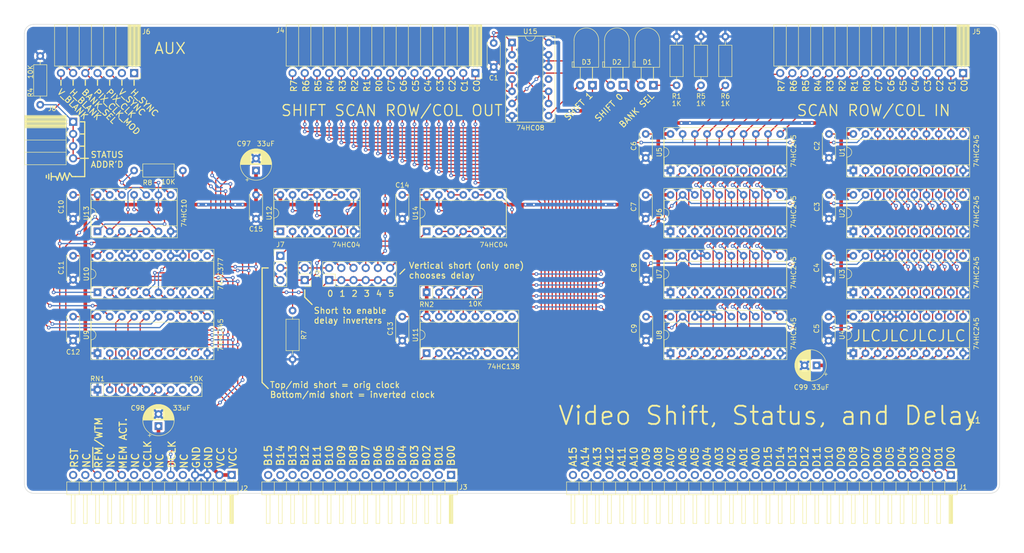
<source format=kicad_pcb>
(kicad_pcb (version 20221018) (generator pcbnew)
  (layers (0 "F.Cu" signal) (31 "B.Cu" signal) (34 "B.Paste" user) (35 "F.Paste" user) (36 "B.SilkS" user "B.Silkscreen") (37 "F.SilkS" user "F.Silkscreen") (38 "B.Mask" user) (39 "F.Mask" user) (44 "Edge.Cuts" user))
  (net 0 "")
  (net 1 "VCC")
  (net 2 "GND")
  (net 3 "/DATA_BUS_00")
  (net 4 "/DATA_BUS_01")
  (net 5 "/DATA_BUS_02")
  (net 6 "/DATA_BUS_03")
  (net 7 "/DATA_BUS_04")
  (net 31 "Net-(RN1-R5)")
  (net 35 "/DATA_CLK")
  (net 44 "/MEM_ACT")
  (net 45 "/~{RFM}{slash}WTM")
  (net 58 "/ROW_OUT_0")
  (net 59 "/ROW_OUT_1")
  (net 60 "/ROW_OUT_2")
  (net 61 "/ROW_OUT_3")
  (net 62 "/ROW_OUT_4")
  (net 63 "/ROW_OUT_5")
  (net 64 "/ROW_OUT_6")
  (net 65 "/ROW_OUT_7")
  (net 66 "/COL_OUT_0")
  (net 67 "/COL_OUT_1")
  (net 68 "/COL_OUT_2")
  (net 69 "/COL_OUT_3")
  (net 70 "/COL_OUT_4")
  (net 71 "/COL_OUT_5")
  (net 72 "/COL_OUT_6")
  (net 73 "/COL_OUT_7")
  (net 74 "/ROW_IN_0")
  (net 75 "/ROW_IN_1")
  (net 76 "/ROW_IN_2")
  (net 77 "/ROW_IN_3")
  (net 78 "/ROW_IN_4")
  (net 79 "/ROW_IN_5")
  (net 80 "/ROW_IN_6")
  (net 81 "/ROW_IN_7")
  (net 82 "/COL_IN_0")
  (net 83 "/COL_IN_1")
  (net 84 "/COL_IN_2")
  (net 85 "/COL_IN_3")
  (net 86 "/COL_IN_4")
  (net 87 "/COL_IN_5")
  (net 88 "/COL_IN_6")
  (net 89 "/COL_IN_7")
  (net 95 "Net-(RN1-R1)")
  (net 96 "Net-(RN1-R2)")
  (net 97 "Net-(RN1-R6)")
  (net 98 "Net-(RN1-R4)")
  (net 99 "/SHIFT_SEL_0")
  (net 100 "/SHIFT_SEL_1")
  (net 101 "/BANK_SEL")
  (net 102 "/H_BLANK")
  (net 103 "/V_BLANK")
  (net 104 "/~{READ}")
  (net 105 "/~{WRITE}")
  (net 108 "/ADDRESSED")
  (net 109 "/RFM{slash}~{WTM}")
  (net 112 "/PIX_CLK_RAW")
  (net 113 "/PIX_CLK_MOD")
  (net 114 "/CHOSEN_PIX_CLK")
  (net 115 "/PIX_CLK_DELAY_1")
  (net 116 "/PIX_CLK_DELAY_2")
  (net 117 "/PIX_CLK_DELAY_3")
  (net 118 "/PIX_CLK_DELAY_4")
  (net 119 "/PIX_CLK_DELAY_5")
  (net 120 "/~{PIX_CLK_RAW}")
  (net 128 "/~{SHIFT_0}")
  (net 129 "/~{SHIFT_1}")
  (net 130 "/~{SHIFT_2}")
  (net 131 "/~{SHIFT_3}")
  (net 132 "Net-(D1-K)")
  (net 133 "/BANK_SEL_LED")
  (net 134 "Net-(D2-K)")
  (net 135 "/SHIFT_SEL_0_LED")
  (net 136 "Net-(D3-K)")
  (net 137 "/SHIFT_SEL_1_LED")
  (net 140 "Net-(U12-Pad13)")
  (net 141 "Net-(U12-Pad10)")
  (net 142 "Net-(U14-Pad2)")
  (net 143 "Net-(U14-Pad13)")
  (net 144 "Net-(U14-Pad10)")
  (net 145 "Net-(J10-Pin_1)")
  (net 146 "Net-(RN1-R3)")
  (footprint "Capacitor_THT:C_Disc_D5.0mm_W2.5mm_P5.00mm" (layer "F.Cu") (at 218.44 78.66 90)
    (fp_text reference "C2")
    (fp_text value "C")
  )
  (footprint "Capacitor_THT:C_Disc_D5.0mm_W2.5mm_P5.00mm" (layer "F.Cu") (at 218.44 91.36 90)
    (fp_text reference "C3")
    (fp_text value "C")
  )
  (footprint "Package_DIP:DIP-20_W7.62mm_Socket" (layer "F.Cu") (at 223.52 81.28 90)
    (fp_text reference "U1")
    (fp_text value "74HC245")
  )
  (footprint "sixteen-bit-computer:peripheral-backplane-membank" (layer "F.Cu") (at 139.7 144.78 -90)
    (fp_text reference "J3")
    (fp_text value "peripheral_membank_connector")
  )
  (footprint "Capacitor_THT:CP_Radial_D6.3mm_P2.50mm" (layer "F.Cu") (at 99.06 81.28 90)
    (fp_text reference "C97")
    (fp_text value "33uF")
  )
  (footprint "Package_DIP:DIP-20_W7.62mm_Socket" (layer "F.Cu") (at 223.52 93.98 90)
    (fp_text reference "U2")
    (fp_text value "74HC245")
  )
  (footprint "Connector_PinHeader_2.54mm:PinHeader_2x06_P2.54mm_Vertical" (layer "F.Cu") (at 114.3 104.14 90)
    (fp_text reference "J9")
    (fp_text value "Conn_02x06_Odd_Even")
  )
  (footprint "Package_DIP:DIP-14_W7.62mm_Socket" (layer "F.Cu") (at 104.14 93.98 90)
    (fp_text reference "U12")
    (fp_text value "74HC04")
  )
  (footprint "Package_DIP:DIP-16_W7.62mm_Socket" (layer "F.Cu") (at 134.62 119.38 90)
    (fp_text reference "U11")
    (fp_text value "74HC138")
  )
  (footprint "sixteen-bit-computer:LED_D5.0mm_Horizontal_O3.81mm_Z3.0mm" (layer "F.Cu") (at 181.864 63.5 180)
    (fp_text reference "D1")
    (fp_text value "LED")
  )
  (footprint "Package_DIP:DIP-14_W7.62mm_Socket" (layer "F.Cu") (at 152.4 54.605)
    (fp_text reference "U15")
    (fp_text value "74HC08")
  )
  (footprint "Resistor_THT:R_Axial_DIN0207_L6.3mm_D2.5mm_P10.16mm_Horizontal" (layer "F.Cu") (at 73.66 81.28)
    (fp_text reference "R8")
    (fp_text value "10K")
  )
  (footprint "sixteen-bit-computer:peripheral-backplane-aux" (layer "F.Cu") (at 93.98 144.78)
    (fp_text reference "J2")
    (fp_text value "peripheral_aux_connector")
  )
  (footprint "Capacitor_THT:C_Disc_D5.0mm_W2.5mm_P5.00mm" (layer "F.Cu") (at 60.96 91.36 90)
    (fp_text reference "C10")
    (fp_text value "C")
  )
  (footprint "Capacitor_THT:C_Disc_D5.0mm_W2.5mm_P5.00mm" (layer "F.Cu") (at 180.26 91.36 90)
    (fp_text reference "C7")
    (fp_text value "C")
  )
  (footprint "sixteen-bit-computer:LED_D5.0mm_Horizontal_O3.81mm_Z3.0mm" (layer "F.Cu") (at 175.514 63.5 180)
    (fp_text reference "D2")
    (fp_text value "LED")
  )
  (footprint "Capacitor_THT:C_Disc_D5.0mm_W2.5mm_P5.00mm" (layer "F.Cu") (at 180.26 78.66 90)
    (fp_text reference "C6")
    (fp_text value "C")
  )
  (footprint "Capacitor_THT:C_Disc_D5.0mm_W2.5mm_P5.00mm" (layer "F.Cu") (at 60.96 111.76 -90)
    (fp_text reference "C12")
    (fp_text value "C")
  )
  (footprint "Connector_PinSocket_2.54mm:PinSocket_1x16_P2.54mm_Horizontal" (layer "F.Cu") (at 246.38 60.96 -90)
    (fp_text reference "J5")
    (fp_text value "Conn_01x16_Socket")
  )
  (footprint "Connector_PinSocket_2.54mm:PinSocket_1x04_P2.54mm_Horizontal" (layer "F.Cu") (at 60.96 71.12)
    (fp_text reference "J8")
    (fp_text value "Conn_01x04_Socket")
  )
  (footprint "Capacitor_THT:C_Disc_D5.0mm_W2.5mm_P5.00mm" (layer "F.Cu") (at 148.59 54.69 -90)
    (fp_text reference "C1")
    (fp_text value "C")
  )
  (footprint "Resistor_THT:R_Array_SIP9" (layer "F.Cu") (at 66.04 127)
    (fp_text reference "RN1")
    (fp_text value "10K")
  )
  (footprint "Connector_PinSocket_2.54mm:PinSocket_1x16_P2.54mm_Horizontal" (layer "F.Cu") (at 144.78 60.96 -90)
    (fp_text reference "J4")
    (fp_text value "Conn_01x16_Socket")
  )
  (footprint "Package_DIP:DIP-14_W7.62mm_Socket" (layer "F.Cu") (at 66.04 93.98 90)
    (fp_text reference "U13")
    (fp_text value "74HC10")
  )
  (footprint "Package_DIP:DIP-20_W7.62mm_Socket" (layer "F.Cu") (at 223.52 119.38 90)
    (fp_text reference "U4")
    (fp_text value "74HC245")
  )
  (footprint "Capacitor_THT:C_Disc_D5.0mm_W2.5mm_P5.00mm" (layer "F.Cu") (at 129.54 116.76 90)
    (fp_text reference "C13")
    (fp_text value "C")
  )
  (footprint "Resistor_THT:R_Axial_DIN0207_L6.3mm_D2.5mm_P10.16mm_Horizontal" (layer "F.Cu") (at 196.85 63.5 90)
    (fp_text reference "R6")
    (fp_text value "1K")
  )
  (footprint "Package_DIP:DIP-20_W7.62mm_Socket" (layer "F.Cu") (at 185.42 119.38 90)
    (fp_text reference "U8")
    (fp_text value "74HC245")
  )
  (footprint "Package_DIP:DIP-20_W7.62mm_Socket" (layer "F.Cu") (at 66.04 106.68 90)
    (fp_text reference "U10")
    (fp_text value "74HC377")
  )
  (footprint "Capacitor_THT:CP_Radial_D6.3mm_P2.50mm" (layer "F.Cu") (at 215.86 121.92 180)
    (fp_text reference "C99")
    (fp_text value "33uF")
  )
  (footprint "Capacitor_THT:C_Disc_D5.0mm_W2.5mm_P5.00mm" (layer "F.Cu") (at 180.34 116.76 90)
    (fp_text reference "C9")
    (fp_text value "C")
  )
  (footprint "Package_DIP:DIP-14_W7.62mm_Socket" (layer "F.Cu") (at 134.62 93.98 90)
    (fp_text reference "U14")
    (fp_text value "74HC04")
  )
  (footprint "Package_DIP:DIP-20_W7.62mm_Socket" (layer "F.Cu") (at 223.52 106.68 90)
    (fp_text reference "U3")
    (fp_text value "74HC245")
  )
  (footprint "Resistor_THT:R_Axial_DIN0207_L6.3mm_D2.5mm_P10.16mm_Horizontal" (layer "F.Cu") (at 186.69 63.5 90)
    (fp_text reference "R1")
    (fp_text value "1K")
  )
  (footprint "Resistor_THT:R_Axial_DIN0207_L6.3mm_D2.5mm_P10.16mm_Horizontal" (layer "F.Cu") (at 191.77 63.5 90)
    (fp_text reference "R5")
    (fp_text value "1K")
  )
  (footprint "Package_DIP:DIP-20_W7.62mm_Socket" (layer "F.Cu") (at 185.42 106.68 90)
    (fp_text reference "U7")
    (fp_text value "74HC245")
  )
  (footprint "Package_DIP:DIP-20_W7.62mm_Socket" (layer "F.Cu") (at 185.42 81.28 90)
    (fp_text reference "U5")
    (fp_text value "74HC245")
  )
  (footprint "Connector_PinSocket_2.54mm:PinSocket_1x07_P2.54mm_Horizontal" (layer "F.Cu") (at 73.66 60.96 -90)
    (fp_text reference "J6")
    (fp_text value "video_aux")
  )
  (footprint "Capacitor_THT:C_Disc_D5.0mm_W2.5mm_P5.00mm" (layer "F.Cu") (at 218.36 104.06 90)
    (fp_text reference "C4")
    (fp_text value "C")
  )
  (footprint "Capacitor_THT:C_Disc_D5.0mm_W2.5mm_P5.00mm" (layer "F.Cu") (at 60.96 104.06 90)
    (fp_text reference "C11")
    (fp_text value "C")
  )
  (footprint "Package_DIP:DIP-20_W7.62mm_Socket" (layer "F.Cu") (at 185.42 93.98 90)
    (fp_text reference "U6")
    (fp_text value "74HC245")
  )
  (footprint "sixteen-bit-computer:LED_D5.0mm_Horizontal_O3.81mm_Z3.0mm" (layer "F.Cu") (at 169.164 63.5 180)
    (fp_text reference "D3")
    (fp_text value "LED")
  )
  (footprint "Capacitor_THT:CP_Radial_D6.3mm_P2.50mm" (layer "F.Cu") (at 78.74 134.58 90)
    (fp_text reference "C98")
    (fp_text value "33uF")
  )
  (footprint "Connector_PinHeader_2.54mm:PinHeader_1x02_P2.54mm_Vertical" (layer "F.Cu") (at 109.22 104.14 180)
    (fp_text reference "J10")
    (fp_text value "ENABLE DELAY")
  )
  (footprint "Capacitor_THT:C_Disc_D5.0mm_W2.5mm_P5.00mm" (layer "F.Cu") (at 218.36 116.76 90)
    (fp_text reference "C5")
    (fp_text value "C")
  )
  (footprint "Capacitor_THT:C_Disc_D5.0mm_W2.5mm_P5.00mm" (layer "F.Cu") (at 99.06 86.36 -90)
    (fp_text reference "C15")
    (fp_text value "C")
  )
  (footprint "Package_DIP:DIP-20_W7.62mm_Socket" (layer "F.Cu") (at 66.04 119.38 90)
    (fp_text reference "U9")
    (fp_text value "74HC245")
  )
  (footprint "Resistor_THT:R_Axial_DIN0207_L6.3mm_D2.5mm_P10.16mm_Horizontal" (layer "F.Cu") (at 54.102 57.404 -90)
    (fp_text reference "R4")
    (fp_text value "10K")
  )
  (footprint "sixteen-bit-computer:peripheral-backplane-data-addr-anno" (layer "F.Cu") (at 243.84 144.78 -90)
    (fp_text reference "J1")
    (fp_text value "peripheral_addr_bus_connector")
  )
  (footprint "Capacitor_THT:C_Disc_D5.0mm_W2.5mm_P5.00mm" (layer "F.Cu") (at 180.34 104.06 90)
    (fp_text reference "C8")
    (fp_text value "C")
  )
  (footprint "Capacitor_THT:C_Disc_D5.0mm_W2.5mm_P5.00mm" (layer "F.Cu") (at 129.54 86.36 -90)
    (fp_text reference "C14")
    (fp_text value "C")
  )
  (footprint "Connector_PinHeader_2.54mm:PinHeader_1x03_P2.54mm_Vertical" (layer "F.Cu") (at 104.14 99.06)
    (fp_text reference "J7")
    (fp_text value "Conn_01x03_Pin")
  )
  (footprint "Resistor_THT:R_Array_SIP5" (layer "F.Cu") (at 134.62 106.68)
    (fp_text reference "RN2")
    (fp_text value "10K")
  )
  (footprint "Resistor_THT:R_Axial_DIN0207_L6.3mm_D2.5mm_P10.16mm_Horizontal" (layer "F.Cu") (at 106.68 110.49 -90)
    (fp_text reference "R7")
    (fp_text value "10K")
  )
  (gr_line (start 101.6 126.746) (end 100.33 125.476) (stroke (width 0.254)) (layer "F.SilkS"))
  (gr_line (start 68.58 62.484) (end 68.58 63.5) (stroke (width 0.254)) (layer "F.SilkS"))
  (gr_line (start 66.04 62.484) (end 66.04 63.5) (stroke (width 0.254)) (layer "F.SilkS"))
  (gr_line (start 60.706 82.55) (end 60.198 81.788) (stroke (width 0.254)) (layer "F.SilkS"))
  (gr_line (start 59.69 83.312) (end 59.182 81.788) (stroke (width 0.254)) (layer "F.SilkS"))
  (gr_line (start 64.135 78.74) (end 63.373 78.74) (stroke (width 0.254)) (layer "F.SilkS"))
  (gr_line (start 63.5 62.484) (end 63.5 63.5) (stroke (width 0.254)) (layer "F.SilkS"))
  (gr_line (start 60.706 82.55) (end 61.468 82.55) (stroke (width 0.254)) (layer "F.SilkS"))
  (gr_line (start 58.166 81.788) (end 57.658 83.312) (stroke (width 0.254)) (layer "F.SilkS"))
  (gr_line (start 56.388 81.788) (end 56.388 83.312) (stroke (width 0.254)) (layer "F.SilkS"))
  (gr_line (start 55.88 82.042) (end 55.88 83.058) (stroke (width 0.254)) (layer "F.SilkS"))
  (gr_line (start 71.12 62.484) (end 71.12 63.5) (stroke (width 0.254)) (layer "F.SilkS"))
  (gr_line (start 58.42 62.484) (end 58.42 63.5) (stroke (width 0.254)) (layer "F.SilkS"))
  (gr_line (start 63.373 82.55) (end 61.468 82.55) (stroke (width 0.254)) (layer "F.SilkS"))
  (gr_line (start 63.373 78.74) (end 62.484 78.74) (stroke (width 0.254)) (layer "F.SilkS"))
  (gr_line (start 100.33 101.6) (end 101.6 101.6) (stroke (width 0.254)) (layer "F.SilkS"))
  (gr_line (start 62.484 76.2) (end 63.246 76.2) (stroke (width 0.254)) (layer "F.SilkS"))
  (gr_line (start 63.373 71.12) (end 62.484 71.12) (stroke (width 0.254)) (layer "F.SilkS"))
  (gr_line (start 55.372 82.296) (end 55.372 82.804) (stroke (width 0.254)) (layer "F.SilkS"))
  (gr_line (start 109.22 106.172) (end 109.22 107.696) (stroke (width 0.254)) (layer "F.SilkS"))
  (gr_line (start 57.658 83.312) (end 57.404 82.55) (stroke (width 0.254)) (layer "F.SilkS"))
  (gr_line (start 110.744 109.22) (end 109.22 107.696) (stroke (width 0.254)) (layer "F.SilkS"))
  (gr_line (start 60.198 81.788) (end 59.69 83.312) (stroke (width 0.254)) (layer "F.SilkS"))
  (gr_line (start 62.484 73.66) (end 63.246 73.66) (stroke (width 0.254)) (layer "F.SilkS"))
  (gr_line (start 58.674 83.312) (end 58.166 81.788) (stroke (width 0.254)) (layer "F.SilkS"))
  (gr_line (start 100.33 125.476) (end 100.33 101.6) (stroke (width 0.254)) (layer "F.SilkS"))
  (gr_line (start 57.404 82.55) (end 56.388 82.55) (stroke (width 0.254)) (layer "F.SilkS"))
  (gr_line (start 60.96 62.484) (end 60.96 63.5) (stroke (width 0.254)) (layer "F.SilkS"))
  (gr_line (start 63.373 71.12) (end 63.373 78.74) (stroke (width 0.254)) (layer "F.SilkS"))
  (gr_line (start 63.373 78.74) (end 63.373 82.55) (stroke (width 0.254)) (layer "F.SilkS"))
  (gr_line (start 130.048 101.854) (end 129.032 102.87) (stroke (width 0.254)) (layer "F.SilkS"))
  (gr_line (start 73.66 62.484) (end 73.66 63.5) (stroke (width 0.254)) (layer "F.SilkS"))
  (gr_line (start 59.182 81.788) (end 58.674 83.312) (stroke (width 0.254)) (layer "F.SilkS"))
  (gr_line (start 254 52.705) (end 254 146.685) (stroke (width 0.1)) (layer "Edge.Cuts"))
  (gr_arc (start 254 146.685) (mid 253.442038 148.032038) (end 252.095 148.59) (stroke (width 0.1)) (layer "Edge.Cuts"))
  (gr_arc (start 52.705 148.59) (mid 51.357962 148.032038) (end 50.8 146.685) (stroke (width 0.1)) (layer "Edge.Cuts"))
  (gr_line (start 50.8 146.685) (end 50.8 52.705) (stroke (width 0.1)) (layer "Edge.Cuts"))
  (gr_arc (start 50.8 52.705) (mid 51.357962 51.357962) (end 52.705 50.8) (stroke (width 0.1)) (layer "Edge.Cuts"))
  (gr_line (start 252.095 148.59) (end 52.705 148.59) (stroke (width 0.1)) (layer "Edge.Cuts"))
  (gr_arc (start 252.095 50.8) (mid 253.442038 51.357962) (end 254 52.705) (stroke (width 0.1)) (layer "Edge.Cuts"))
  (gr_line (start 52.705 50.8) (end 252.095 50.8) (stroke (width 0.1)) (layer "Edge.Cuts"))
  (gr_text "R7" (at 107.696 65.024 90) (layer "F.SilkS") (effects (font (size 1.27 1.27) (thickness 0.2032)) (justify left bottom)))
  (gr_text "SHIFT 1" (at 164.084 71.12 45) (layer "F.SilkS") (effects (font (size 1.27 1.27) (thickness 0.2032)) (justify left bottom)))
  (gr_text "5" (at 126.492 107.696) (layer "F.SilkS") (effects (font (size 1.27 1.27) (thickness 0.2032)) (justify left bottom)))
  (gr_text "C5" (at 133.096 65.024 90) (layer "F.SilkS") (effects (font (size 1.27 1.27) (thickness 0.2032)) (justify left bottom)))
  (gr_text "JLCJLCJLCJLC" (at 223.266 117.094) (layer "F.SilkS") (effects (font (size 2.286 2.286) (thickness 0.254)) (justify left bottom)))
  (gr_text "C2" (at 140.716 65.024 90) (layer "F.SilkS") (effects (font (size 1.27 1.27) (thickness 0.2032)) (justify left bottom)))
  (gr_text "C5" (at 234.696 65.024 90) (layer "F.SilkS") (effects (font (size 1.27 1.27) (thickness 0.2032)) (justify left bottom)))
  (gr_text "Short to enable\ndelay inverters" (at 110.998 113.284) (layer "F.SilkS") (effects (font (size 1.27 1.27) (thickness 0.2032)) (justify left bottom)))
  (gr_text "R3" (at 117.856 65.024 90) (layer "F.SilkS") (effects (font (size 1.27 1.27) (thickness 0.2032)) (justify left bottom)))
  (gr_text "R0" (at 227.076 65.024 90) (layer "F.SilkS") (effects (font (size 1.27 1.27) (thickness 0.2032)) (justify left bottom)))
  (gr_text "R4" (at 216.916 65.024 90) (layer "F.SilkS") (effects (font (size 1.27 1.27) (thickness 0.2032)) (justify left bottom)))
  (gr_text "Vertical short (only one)\nchooses delay" (at 130.81 103.886) (layer "F.SilkS") (effects (font (size 1.27 1.27) (thickness 0.2032)) (justify left bottom)))
  (gr_text "C1" (at 244.856 65.024 90) (layer "F.SilkS") (effects (font (size 1.27 1.27) (thickness 0.2032)) (justify left bottom)))
  (gr_text "BANK SEL" (at 175.514 72.644 45) (layer "F.SilkS") (effects (font (size 1.27 1.27) (thickness 0.2032)) (justify left bottom)))
  (gr_text "C1" (at 143.256 65.024 90) (layer "F.SilkS") (effects (font (size 1.27 1.27) (thickness 0.2032)) (justify left bottom)))
  (gr_text "H_SYNC" (at 72.644 65.024 315) (layer "F.SilkS") (effects (font (size 1.27 1.27) (thickness 0.2032)) (justify left bottom)))
  (gr_text "2" (at 118.872 107.696) (layer "F.SilkS") (effects (font (size 1.27 1.27) (thickness 0.2032)) (justify left bottom)))
  (gr_text "PIX_CLK" (at 67.564 65.024 315) (layer "F.SilkS") (effects (font (size 1.27 1.27) (thickness 0.2032)) (justify left bottom)))
  (gr_text "C4" (at 237.236 65.024 90) (layer "F.SilkS") (effects (font (size 1.27 1.27) (thickness 0.2032)) (justify left bottom)))
  (gr_text "SHIFT 0" (at 170.434 71.374 45) (layer "F.SilkS") (effects (font (size 1.27 1.27) (thickness 0.2032)) (justify left bottom)))
  (gr_text "R7" (at 209.296 65.024 90) (layer "F.SilkS") (effects (font (size 1.27 1.27) (thickness 0.2032)) (justify left bottom)))
  (gr_text "STATUS\nADDR'D" (at 64.516 80.772) (layer "F.SilkS") (effects (font (size 1.27 1.27) (thickness 0.2032)) (justify left bottom)))
  (gr_text "H_BLANK" (at 59.944 65.024 315) (layer "F.SilkS") (effects (font (size 1.27 1.27) (thickness 0.2032)) (justify left bottom)))
  (gr_text "0" (at 113.792 107.696) (layer "F.SilkS") (effects (font (size 1.27 1.27) (thickness 0.2032)) (justify left bottom)))
  (gr_text "V_SYNC" (at 70.104 65.024 315) (layer "F.SilkS") (effects (font (size 1.27 1.27) (thickness 0.2032)) (justify left bottom)))
  (gr_text "Video Shift, Status, and Delay" (at 161.798 134.62) (layer "F.SilkS") (effects (font (size 3.81 3.81) (thickness 0.381)) (justify left bottom)))
  (gr_text "3" (at 121.412 107.696) (layer "F.SilkS") (effects (font (size 1.27 1.27) (thickness 0.2032)) (justify left bottom)))
  (gr_text "R2" (at 221.996 65.024 90) (layer "F.SilkS") (effects (font (size 1.27 1.27) (thickness 0.2032)) (justify left bottom)))
  (gr_text "R0" (at 125.476 65.024 90) (layer "F.SilkS") (effects (font (size 1.27 1.27) (thickness 0.2032)) (justify left bottom)))
  (gr_text "C3" (at 239.776 65.024 90) (layer "F.SilkS") (effects (font (size 1.27 1.27) (thickness 0.2032)) (justify left bottom)))
  (gr_text "V_BLANK" (at 57.404 65.024 315) (layer "F.SilkS") (effects (font (size 1.27 1.27) (thickness 0.2032)) (justify left bottom)))
  (gr_text "AUX" (at 77.724 57.15) (layer "F.SilkS") (effects (font (size 2.286 2.286) (thickness 0.254)) (justify left bottom)))
  (gr_text "R5" (at 214.376 65.024 90) (layer "F.SilkS") (effects (font (size 1.27 1.27) (thickness 0.2032)) (justify left bottom)))
  (gr_text "C3" (at 138.176 65.024 90) (layer "F.SilkS") (effects (font (size 1.27 1.27) (thickness 0.2032)) (justify left bottom)))
  (gr_text "C2" (at 242.316 65.024 90) (layer "F.SilkS") (effects (font (size 1.27 1.27) (thickness 0.2032)) (justify left bottom)))
  (gr_text "R6" (at 211.836 65.024 90) (layer "F.SilkS") (effects (font (size 1.27 1.27) (thickness 0.2032)) (justify left bottom)))
  (gr_text "R4" (at 115.316 65.024 90) (layer "F.SilkS") (effects (font (size 1.27 1.27) (thickness 0.2032)) (justify left bottom)))
  (gr_text "C7" (at 128.016 65.024 90) (layer "F.SilkS") (effects (font (size 1.27 1.27) (thickness 0.2032)) (justify left bottom)))
  (gr_text "C0" (at 247.396 65.024 90) (layer "F.SilkS") (effects (font (size 1.27 1.27) (thickness 0.2032)) (justify left bottom)))
  (gr_text "BANK_SEL" (at 62.484 65.024 315) (layer "F.SilkS") (effects (font (size 1.27 1.27) (thickness 0.2032)) (justify left bottom)))
  (gr_text "PIX_CLK_MOD" (at 65.024 65.024 315) (layer "F.SilkS") (effects (font (size 1.27 1.27) (thickness 0.2032)) (justify left bottom)))
  (gr_text "R2" (at 120.396 65.024 90) (layer "F.SilkS") (effects (font (size 1.27 1.27) (thickness 0.2032)) (justify left bottom)))
  (gr_text "1" (at 116.332 107.696) (layer "F.SilkS") (effects (font (size 1.27 1.27) (thickness 0.2032)) (justify left bottom)))
  (gr_text "C0" (at 145.796 65.024 90) (layer "F.SilkS") (effects (font (size 1.27 1.27) (thickness 0.2032)) (justify left bottom)))
  (gr_text "SCAN ROW/COL IN" (at 211.582 70.104) (layer "F.SilkS") (effects (font (size 2.286 2.286) (thickness 0.254)) (justify left bottom)))
  (gr_text "SHIFT SCAN ROW/COL OUT" (at 104.14 70.104) (layer "F.SilkS") (effects (font (size 2.286 2.286) (thickness 0.254)) (justify left bottom)))
  (gr_text "R3" (at 219.456 65.024 90) (layer "F.SilkS") (effects (font (size 1.27 1.27) (thickness 0.2032)) (justify left bottom)))
  (gr_text "C6" (at 232.156 65.024 90) (layer "F.SilkS") (effects (font (size 1.27 1.27) (thickness 0.2032)) (justify left bottom)))
  (gr_text "R1" (at 122.936 65.024 90) (layer "F.SilkS") (effects (font (size 1.27 1.27) (thickness 0.2032)) (justify left bottom)))
  (gr_text "C7" (at 229.616 65.024 90) (layer "F.SilkS") (effects (font (size 1.27 1.27) (thickness 0.2032)) (justify left bottom)))
  (gr_text "R6" (at 110.236 65.024 90) (layer "F.SilkS") (effects (font (size 1.27 1.27) (thickness 0.2032)) (justify left bottom)))
  (gr_text "R5" (at 112.776 65.024 90) (layer "F.SilkS") (effects (font (size 1.27 1.27) (thickness 0.2032)) (justify left bottom)))
  (gr_text "4" (at 123.952 107.696) (layer "F.SilkS") (effects (font (size 1.27 1.27) (thickness 0.2032)) (justify left bottom)))
  (gr_text "R1" (at 224.536 65.024 90) (layer "F.SilkS") (effects (font (size 1.27 1.27) (thickness 0.2032)) (justify left bottom)))
  (gr_text "v.1" (at 247.142 134.112) (layer "F.SilkS") (effects (font (size 1.27 1.27) (thickness 0.2032)) (justify left bottom)))
  (gr_text "C4" (at 135.636 65.024 90) (layer "F.SilkS") (effects (font (size 1.27 1.27) (thickness 0.2032)) (justify left bottom)))
  (gr_text "Top/mid short = orig clock\nBottom/mid short = inverted clock" (at 101.854 128.778) (layer "F.SilkS") (effects (font (size 1.27 1.27) (thickness 0.2032)) (justify left bottom)))
  (gr_text "C6" (at 130.556 65.024 90) (layer "F.SilkS") (effects (font (size 1.27 1.27) (thickness 0.2032)) (justify left bottom)))
  (segment (start 187.706 71.374) (end 189.484 71.374) (width 0.762) (layer "F.Cu") (net 1))
  (segment (start 88.9 142.24) (end 78.74 142.24) (width 0.762) (layer "F.Cu") (net 1))
  (segment (start 220.98 119.126) (end 218.186 121.92) (width 0.762) (layer "F.Cu") (net 1))
  (segment (start 157.993 52.578) (end 160.02 54.605) (width 0.254) (layer "F.Cu") (net 1))
  (segment (start 182.88 71.374) (end 182.88 73.66) (width 0.762) (layer "F.Cu") (net 1))
  (segment (start 134.62 88.392) (end 153.67 88.392) (width 0.762) (layer "F.Cu") (net 1))
  (segment (start 182.88 111.76) (end 185.42 111.76) (width 0.762) (layer "F.Cu") (net 1))
  (segment (start 96.266 88.392) (end 99.06 88.392) (width 0.762) (layer "F.Cu") (net 1))
  (segment (start 218.186 121.92) (end 215.86 121.92) (width 0.762) (layer "F.Cu") (net 1))
  (segment (start 218.36 99.06) (end 220.98 99.06) (width 0.254) (layer "F.Cu") (net 1))
  (segment (start 166.116 68.834) (end 164.338 68.834) (width 0.762) (layer "F.Cu") (net 1))
  (segment (start 63.5 111.76) (end 66.04 111.76) (width 0.762) (layer "F.Cu") (net 1))
  (segment (start 138.176 115.316) (end 143.256 115.316) (width 0.254) (layer "F.Cu") (net 1))
  (segment (start 218.44 86.36) (end 220.98 86.36) (width 0.254) (layer "F.Cu") (net 1))
  (segment (start 84.328 88.392) (end 87.122 88.392) (width 0.762) (layer "F.Cu") (net 1))
  (segment (start 220.98 111.76) (end 223.52 111.76) (width 0.762) (layer "F.Cu") (net 1))
  (segment (start 186.436 71.374) (end 183.388 71.374) (width 0.762) (layer "F.Cu") (net 1))
  (segment (start 83.82 88.392) (end 84.328 88.392) (width 0.254) (layer "F.Cu") (net 1))
  (segment (start 71.12 142.24) (end 63.5 134.62) (width 0.762) (layer "F.Cu") (net 1))
  (segment (start 94.742 88.392) (end 96.266 88.392) (width 0.762) (layer "F.Cu") (net 1))
  (segment (start 180.34 111.76) (end 182.88 111.76) (width 0.254) (layer "F.Cu") (net 1))
  (segment (start 134.62 86.36) (end 134.62 88.392) (width 0.762) (layer "F.Cu") (net 1))
  (segment (start 63.5 134.62) (end 63.5 90.932) (width 0.762) (layer "F.Cu") (net 1))
  (segment (start 183.388 71.374) (end 182.88 71.374) (width 0.762) (layer "F.Cu") (net 1))
  (segment (start 183.388 99.06) (end 182.88 99.06) (width 0.762) (layer "F.Cu") (net 1))
  (segment (start 153.67 88.392) (end 154.432 88.392) (width 0.762) (layer "F.Cu") (net 1))
  (segment (start 171.958 88.392) (end 173.736 88.392) (width 0.762) (layer "F.Cu") (net 1))
  (segment (start 223.52 73.66) (end 220.98 73.66) (width 0.762) (layer "F.Cu") (net 1))
  (segment (start 99.06 88.392) (end 99.06 81.28) (width 0.762) (layer "F.Cu") (net 1))
  (segment (start 154.432 97.282) (end 150.368 101.346) (width 0.762) (layer "F.Cu") (net 1))
  (segment (start 182.88 88.392) (end 182.88 86.36) (width 0.762) (layer "F.Cu") (net 1))
  (segment (start 83.82 81.28) (end 83.82 88.392) (width 0.254) (layer "F.Cu") (net 1))
  (segment (start 223.52 86.36) (end 220.98 86.36) (width 0.762) (layer "F.Cu") (net 1))
  (segment (start 220.98 111.252) (end 220.98 111.76) (width 0.762) (layer "F.Cu") (net 1))
  (segment (start 187.706 71.374) (end 186.436 71.374) (width 0.762) (layer "F.Cu") (net 1))
  (segment (start 182.88 73.66) (end 185.42 73.66) (width 0.762) (layer "F.Cu") (net 1))
  (segment (start 73.66 93.98) (end 70.612 97.028) (width 0.254) (layer "F.Cu") (net 1))
  (segment (start 134.62 103.759) (end 134.62 111.76) (width 0.762) (layer "F.Cu") (net 1))
  (segment (start 99.06 86.36) (end 104.14 86.36) (width 0.254) (layer "F.Cu") (net 1))
  (segment (start 218.694 71.374) (end 220.98 73.66) (width 0.762) (layer "F.Cu") (net 1))
  (segment (start 218.44 73.66) (end 220.98 73.66) (width 0.254) (layer "F.Cu") (net 1))
  (segment (start 220.98 73.66) (end 220.98 86.36) (width 0.762) (layer "F.Cu") (net 1))
  (segment (start 78.74 142.24) (end 78.74 134.58) (width 0.762) (layer "F.Cu") (net 1))
  (segment (start 60.96 86.36) (end 66.04 86.36) (width 0.254) (layer "F.Cu") (net 1))
  (segment (start 218.36 111.76) (end 220.98 111.76) (width 0.254) (layer "F.Cu") (net 1))
  (segment (start 214.884 71.374) (end 212.852 71.374) (width 0.762) (layer "F.Cu") (net 1))
  (segment (start 154.432 88.392) (end 154.432 97.282) (width 0.762) (layer "F.Cu") (net 1))
  (segment (start 150.368 101.346) (end 137.033 101.346) (width 0.762) (layer "F.Cu") (net 1))
  (segment (start 66.04 88.392) (end 66.04 86.36) (width 0.762) (layer "F.Cu") (net 1))
  (segment (start 104.14 88.392) (end 134.62 88.392) (width 0.762) (layer "F.Cu") (net 1))
  (segment (start 104.14 88.392) (end 104.14 86.36) (width 0.762) (layer "F.Cu") (net 1))
  (segment (start 60.96 99.06) (end 64.008 99.06) (width 0.254) (layer "F.Cu") (net 1))
  (segment (start 185.42 86.36) (end 182.88 86.36) (width 0.762) (layer "F.Cu") (net 1))
  (segment (start 155.194 88.392) (end 156.972 88.392) (width 0.762) (layer "F.Cu") (net 1))
  (segment (start 182.88 71.374) (end 180.34 68.834) (width 0.762) (layer "F.Cu") (net 1))
  (segment (start 129.54 86.36) (end 134.62 86.36) (width 0.254) (layer "F.Cu") (net 1))
  (segment (start 182.88 86.36) (end 182.88 73.66) (width 0.762) (layer "F.Cu") (net 1))
  (segment (start 223.52 99.06) (end 220.98 99.06) (width 0.762) (layer "F.Cu") (net 1))
  (segment (start 70.612 97.028) (end 68.072 97.028) (width 0.254) (layer "F.Cu") (net 1))
  (segment (start 63.5 99.06) (end 64.008 99.06) (width 0.762) (layer "F.Cu") (net 1))
  (segment (start 180.26 86.36) (end 182.88 86.36) (width 0.254) (layer "F.Cu") (net 1))
  (segment (start 173.736 88.392) (end 182.88 88.392) (width 0.762) (layer "F.Cu") (net 1))
  (segment (start 182.88 88.392) (end 182.88 99.06) (width 0.762) (layer "F.Cu") (net 1))
  (segment (start 129.54 111.76) (end 134.62 111.76) (width 0.254) (layer "F.Cu") (net 1))
  (segment (start 185.42 99.06) (end 183.388 99.06) (width 0.762) (layer "F.Cu") (net 1))
  (segment (start 148.59 52.578) (end 157.993 52.578) (width 0.254) (layer "F.Cu") (net 1))
  (segment (start 87.122 88.392) (end 88.646 88.392) (width 0.762) (layer "F.Cu") (net 1))
  (segment (start 134.62 111.76) (end 138.176 115.316) (width 0.254) (layer "F.Cu") (net 1))
  (segment (start 143.256 115.316) (end 147.32 119.38) (width 0.254) (layer "F.Cu") (net 1))
  (segment (start 73.66 93.98) (end 76.2 93.98) (width 0.254) (layer "F.Cu") (net 1))
  (segment (start 91.44 144.78) (end 88.9 142.24) (width 0.762) (layer "F.Cu") (net 1))
  (segment (start 93.98 144.78) (end 91.44 144.78) (width 0.762) (layer "F.Cu") (net 1))
  (segment (start 180.34 99.06) (end 183.388 99.06) (width 0.254) (layer "F.Cu") (net 1))
  (segment (start 220.98 111.252) (end 220.98 119.126) (width 0.762) (layer "F.Cu") (net 1))
  (segment (start 63.5 90.932) (end 66.04 88.392) (width 0.762) (layer "F.Cu") (net 1))
  (segment (start 220.98 99.06) (end 220.98 111.252) (width 0.762) (layer "F.Cu") (net 1))
  (segment (start 182.88 99.06) (end 182.88 111.76) (width 0.762) (layer "F.Cu") (net 1))
  (segment (start 153.67 88.392) (end 155.194 88.392) (width 0.762) (layer "F.Cu") (net 1))
  (segment (start 66.04 88.392) (end 84.328 88.392) (width 0.762) (layer "F.Cu") (net 1))
  (segment (start 180.34 68.834) (end 166.116 68.834) (width 0.762) (layer "F.Cu") (net 1))
  (segment (start 68.072 97.028) (end 66.04 99.06) (width 0.254) (layer "F.Cu") (net 1))
  (segment (start 180.26 73.66) (end 182.88 73.66) (width 0.254) (layer "F.Cu") (net 1))
  (segment (start 64.008 99.06) (end 66.04 99.06) (width 0.762) (layer "F.Cu") (net 1))
  (segment (start 78.74 142.24) (end 71.12 142.24) (width 0.762) (layer "F.Cu") (net 1))
  (segment (start 99.06 88.392) (end 104.14 88.392) (width 0.762) (layer "F.Cu") (net 1))
  (segment (start 60.96 111.76) (end 63.5 111.76) (width 0.254) (layer "F.Cu") (net 1))
  (segment (start 214.884 71.374) (end 218.694 71.374) (width 0.762) (layer "F.Cu") (net 1))
  (segment (start 137.033 101.346) (end 134.62 103.759) (width 0.762) (layer "F.Cu") (net 1))
  (segment (start 220.98 86.36) (end 220.98 99.06) (width 0.762) (layer "F.Cu") (net 1))
  (via (at 164.338 68.834) (size 0.762) (drill 0.381) (layers "F.Cu" "B.Cu") (net 1))
  (via (at 87.122 88.392) (size 0.762) (drill 0.381) (layers "F.Cu" "B.Cu") (net 1))
  (via (at 171.958 88.392) (size 0.762) (drill 0.381) (layers "F.Cu" "B.Cu") (net 1))
  (via (at 148.59 52.578) (size 0.762) (drill 0.381) (layers "F.Cu" "B.Cu") (net 1))
  (via (at 187.706 71.374) (size 0.762) (drill 0.381) (layers "F.Cu" "B.Cu") (net 1))
  (via (at 166.116 68.834) (size 0.762) (drill 0.381) (layers "F.Cu" "B.Cu") (net 1))
  (via (at 173.736 88.392) (size 0.762) (drill 0.381) (layers "F.Cu" "B.Cu") (net 1))
  (via (at 96.266 88.392) (size 0.762) (drill 0.381) (layers "F.Cu" "B.Cu") (net 1))
  (via (at 88.646 88.392) (size 0.762) (drill 0.381) (layers "F.Cu" "B.Cu") (net 1))
  (via (at 214.884 71.374) (size 0.762) (drill 0.381) (layers "F.Cu" "B.Cu") (net 1))
  (via (at 155.194 88.392) (size 0.762) (drill 0.381) (layers "F.Cu" "B.Cu") (net 1))
  (via (at 94.742 88.392) (size 0.762) (drill 0.381) (layers "F.Cu" "B.Cu") (net 1))
  (via (at 212.852 71.374) (size 0.762) (drill 0.381) (layers "F.Cu" "B.Cu") (net 1))
  (via (at 156.972 88.392) (size 0.762) (drill 0.381) (layers "F.Cu" "B.Cu") (net 1))
  (via (at 189.484 71.374) (size 0.762) (drill 0.381) (layers "F.Cu" "B.Cu") (net 1))
  (segment (start 166.116 68.834) (end 162.052 68.834) (width 0.762) (layer "B.Cu") (net 1))
  (segment (start 162.052 54.61) (end 162.047 54.605) (width 0.762) (layer "B.Cu") (net 1))
  (segment (start 155.194 88.392) (end 173.736 88.392) (width 0.762) (layer "B.Cu") (net 1))
  (segment (start 148.59 52.578) (end 148.59 54.69) (width 0.254) (layer "B.Cu") (net 1))
  (segment (start 162.047 54.605) (end 160.02 54.605) (width 0.762) (layer "B.Cu") (net 1))
  (segment (start 87.122 88.392) (end 96.266 88.392) (width 0.762) (layer "B.Cu") (net 1))
  (segment (start 187.706 71.374) (end 214.884 71.374) (width 0.762) (layer "B.Cu") (net 1))
  (segment (start 162.052 68.834) (end 162.052 54.61) (width 0.762) (layer "B.Cu") (net 1))
  (segment (start 193.04 99.06) (end 192.024 98.044) (width 0.254) (layer "B.Cu") (net 2))
  (segment (start 190.5 86.36) (end 189.738 85.598) (width 0.254) (layer "B.Cu") (net 2))
  (segment (start 189.738 85.598) (end 189.23 85.09) (width 0.254) (layer "B.Cu") (net 2))
  (segment (start 195.58 111.76) (end 194.31 110.49) (width 0.254) (layer "B.Cu") (net 2))
  (segment (start 107.696 138.176) (end 237.236 138.176) (width 0.254) (layer "F.Cu") (net 3))
  (segment (start 88.138 117.602) (end 86.36 119.38) (width 0.254) (layer "F.Cu") (net 3))
  (segment (start 89.916 117.602) (end 88.138 117.602) (width 0.254) (layer "F.Cu") (net 3))
  (segment (start 237.236 138.176) (end 243.84 144.78) (width 0.254) (layer "F.Cu") (net 3))
  (segment (start 91.948 104.394) (end 83.566 104.394) (width 0.254) (layer "F.Cu") (net 3))
  (segment (start 95.25 104.394) (end 95.25 117.602) (width 0.254) (layer "F.Cu") (net 3))
  (segment (start 95.25 125.73) (end 107.696 138.176) (width 0.254) (layer "F.Cu") (net 3))
  (segment (start 95.25 117.602) (end 95.25 125.73) (width 0.254) (layer "F.Cu") (net 3))
  (segment (start 83.566 104.394) (end 81.28 106.68) (width 0.254) (layer "F.Cu") (net 3))
  (via (at 95.25 117.602) (size 0.762) (drill 0.381) (layers "F.Cu" "B.Cu") (net 3))
  (via (at 89.916 117.602) (size 0.762) (drill 0.381) (layers "F.Cu" "B.Cu") (net 3))
  (via (at 95.25 104.394) (size 0.762) (drill 0.381) (layers "F.Cu" "B.Cu") (net 3))
  (via (at 91.948 104.394) (size 0.762) (drill 0.381) (layers "F.Cu" "B.Cu") (net 3))
  (segment (start 95.25 117.602) (end 89.916 117.602) (width 0.254) (layer "B.Cu") (net 3))
  (segment (start 95.25 104.394) (end 91.948 104.394) (width 0.254) (layer "B.Cu") (net 3))
  (segment (start 83.058 103.632) (end 82.55 104.14) (width 0.254) (layer "F.Cu") (net 4))
  (segment (start 86.614 116.586) (end 83.82 119.38) (width 0.254) (layer "F.Cu") (net 4))
  (segment (start 94.234 116.586) (end 94.234 126.238) (width 0.254) (layer "F.Cu") (net 4))
  (segment (start 94.234 126.238) (end 107.442 139.446) (width 0.254) (layer "F.Cu") (net 4))
  (segment (start 89.916 116.586) (end 86.614 116.586) (width 0.254) (layer "F.Cu") (net 4))
  (segment (start 107.442 139.446) (end 235.966 139.446) (width 0.254) (layer "F.Cu") (net 4))
  (segment (start 94.234 103.632) (end 94.234 116.586) (width 0.254) (layer "F.Cu") (net 4))
  (segment (start 76.2 104.14) (end 73.66 106.68) (width 0.254) (layer "F.Cu") (net 4))
  (segment (start 91.186 103.632) (end 83.058 103.632) (width 0.254) (layer "F.Cu") (net 4))
  (segment (start 82.55 104.14) (end 76.2 104.14) (width 0.254) (layer "F.Cu") (net 4))
  (segment (start 235.966 139.446) (end 241.3 144.78) (width 0.254) (layer "F.Cu") (net 4))
  (via (at 89.916 116.586) (size 0.762) (drill 0.381) (layers "F.Cu" "B.Cu") (net 4))
  (via (at 94.234 116.586) (size 0.762) (drill 0.381) (layers "F.Cu" "B.Cu") (net 4))
  (via (at 91.186 103.632) (size 0.762) (drill 0.381) (layers "F.Cu" "B.Cu") (net 4))
  (via (at 94.234 103.632) (size 0.762) (drill 0.381) (layers "F.Cu" "B.Cu") (net 4))
  (segment (start 94.234 103.632) (end 91.186 103.632) (width 0.254) (layer "B.Cu") (net 4))
  (segment (start 94.234 116.586) (end 89.916 116.586) (width 0.254) (layer "B.Cu") (net 4))
  (segment (start 89.916 115.57) (end 85.09 115.57) (width 0.254) (layer "F.Cu") (net 5))
  (segment (start 93.218 126.746) (end 107.188 140.716) (width 0.254) (layer "F.Cu") (net 5))
  (segment (start 74.422 103.378) (end 71.12 106.68) (width 0.254) (layer "F.Cu") (net 5))
  (segment (start 93.218 104.394) (end 91.694 102.87) (width 0.254) (layer "F.Cu") (net 5))
  (segment (start 91.694 102.87) (end 82.55 102.87) (width 0.254) (layer "F.Cu") (net 5))
  (segment (start 82.55 102.87) (end 82.042 103.378) (width 0.254) (layer "F.Cu") (net 5))
  (segment (start 107.188 140.716) (end 234.696 140.716) (width 0.254) (layer "F.Cu") (net 5))
  (segment (start 85.09 115.57) (end 81.28 119.38) (width 0.254) (layer "F.Cu") (net 5))
  (segment (start 234.696 140.716) (end 238.76 144.78) (width 0.254) (layer "F.Cu") (net 5))
  (segment (start 93.218 115.57) (end 93.218 126.746) (width 0.254) (layer "F.Cu") (net 5))
  (segment (start 82.042 103.378) (end 74.422 103.378) (width 0.254) (layer "F.Cu") (net 5))
  (segment (start 93.218 115.57) (end 93.218 104.394) (width 0.254) (layer "F.Cu") (net 5))
  (via (at 93.218 115.57) (size 0.762) (drill 0.381) (layers "F.Cu" "B.Cu") (net 5))
  (via (at 89.916 115.57) (size 0.762) (drill 0.381) (layers "F.Cu" "B.Cu") (net 5))
  (segment (start 93.218 115.57) (end 89.916 115.57) (width 0.254) (layer "B.Cu") (net 5))
  (segment (start 106.934 141.986) (end 233.426 141.986) (width 0.254) (layer "F.Cu") (net 6))
  (segment (start 233.426 141.986) (end 236.22 144.78) (width 0.254) (layer "F.Cu") (net 6))
  (segment (start 92.202 127.254) (end 106.934 141.986) (width 0.254) (layer "F.Cu") (net 6))
  (segment (start 92.202 114.554) (end 92.202 127.254) (width 0.254) (layer "F.Cu") (net 6))
  (segment (start 83.566 114.554) (end 78.74 119.38) (width 0.254) (layer "F.Cu") (net 6))
  (segment (start 89.916 114.554) (end 83.566 114.554) (width 0.254) (layer "F.Cu") (net 6))
  (via (at 92.202 114.554) (size 0.762) (drill 0.381) (layers "F.Cu" "B.Cu") (net 6))
  (via (at 89.916 114.554) (size 0.762) (drill 0.381) (layers "F.Cu" "B.Cu") (net 6))
  (segment (start 92.202 114.554) (end 89.916 114.554) (width 0.254) (layer "B.Cu") (net 6))
  (segment (start 82.042 113.538) (end 90.17 113.538) (width 0.254) (layer "F.Cu") (net 7))
  (segment (start 232.156 143.256) (end 233.68 144.78) (width 0.254) (layer "F.Cu") (net 7))
  (segment (start 76.2 119.38) (end 82.042 113.538) (width 0.254) (layer "F.Cu") (net 7))
  (segment (start 106.68 143.256) (end 232.156 143.256) (width 0.254) (layer "F.Cu") (net 7))
  (segment (start 91.186 114.554) (end 91.186 127.762) (width 0.254) (layer "F.Cu") (net 7))
  (segment (start 91.186 127.762) (end 106.68 143.256) (width 0.254) (layer "F.Cu") (net 7))
  (segment (start 90.17 113.538) (end 91.186 114.554) (width 0.254) (layer "F.Cu") (net 7))
  (segment (start 72.39 128.016) (end 73.152 128.778) (width 0.254) (layer "F.Cu") (net 31))
  (segment (start 73.66 111.76) (end 72.39 113.03) (width 0.254) (layer "F.Cu") (net 31))
  (segment (start 76.962 128.778) (end 78.74 127) (width 0.254) (layer "F.Cu") (net 31))
  (segment (start 72.39 113.03) (end 72.39 128.016) (width 0.254) (layer "F.Cu") (net 31))
  (segment (start 73.152 128.778) (end 76.962 128.778) (width 0.254) (layer "F.Cu") (net 31))
  (segment (start 81.28 139.954) (end 81.28 140.462) (width 0.254) (layer "F.Cu") (net 35))
  (segment (start 96.266 100.838) (end 94.488 99.06) (width 0.254) (layer "F.Cu") (net 35))
  (segment (start 96.266 124.968) (end 96.266 100.838) (width 0.254) (layer "F.Cu") (net 35))
  (segment (start 91.567 129.667) (end 81.28 139.954) (width 0.254) (layer "F.Cu") (net 35))
  (segment (start 94.488 99.06) (end 88.9 99.06) (width 0.254) (layer "F.Cu") (net 35))
  (via (at 91.567 129.667) (size 0.762) (drill 0.381) (layers "F.Cu" "B.Cu") (net 35))
  (via (at 81.28 140.462) (size 0.762) (drill 0.381) (layers "F.Cu" "B.Cu") (net 35))
  (via (at 96.266 124.968) (size 0.762) (drill 0.381) (layers "F.Cu" "B.Cu") (net 35))
  (segment (start 81.28 140.462) (end 81.28 144.78) (width 0.254) (layer "B.Cu") (net 35))
  (segment (start 96.266 124.968) (end 91.567 129.667) (width 0.254) (layer "B.Cu") (net 35))
  (segment (start 72.39 90.17) (end 68.58 93.98) (width 0.254) (layer "F.Cu") (net 44))
  (segment (start 65.532 90.932) (end 68.58 93.98) (width 0.254) (layer "F.Cu") (net 44))
  (segment (start 59.436 133.096) (end 71.12 144.78) (width 0.254) (layer "F.Cu") (net 44))
  (segment (start 59.436 97.028) (end 59.436 133.096) (width 0.254) (layer "F.Cu") (net 44))
  (segment (start 72.39 89.408) (end 72.39 90.17) (width 0.254) (layer "F.Cu") (net 44))
  (segment (start 62.23 94.234) (end 59.436 97.028) (width 0.254) (layer "F.Cu") (net 44))
  (via (at 62.23 94.234) (size 0.762) (drill 0.381) (layers "F.Cu" "B.Cu") (net 44))
  (via (at 65.532 90.932) (size 0.762) (drill 0.381) (layers "F.Cu" "B.Cu") (net 44))
  (via (at 72.39 89.408) (size 0.762) (drill 0.381) (layers "F.Cu" "B.Cu") (net 44))
  (segment (start 74.676 84.836) (end 73.406 84.836) (width 0.254) (layer "B.Cu") (net 44))
  (segment (start 76.2 86.36) (end 74.676 84.836) (width 0.254) (layer "B.Cu") (net 44))
  (segment (start 72.39 85.852) (end 72.39 89.408) (width 0.254) (layer "B.Cu") (net 44))
  (segment (start 73.406 84.836) (end 72.39 85.852) (width 0.254) (layer "B.Cu") (net 44))
  (segment (start 65.532 90.932) (end 62.23 94.234) (width 0.254) (layer "B.Cu") (net 44))
  (segment (start 58.166 96.52) (end 58.166 136.906) (width 0.254) (layer "F.Cu") (net 45))
  (segment (start 58.166 136.906) (end 66.04 144.78) (width 0.254) (layer "F.Cu") (net 45))
  (segment (start 59.944 84.836) (end 67.056 84.836) (width 0.254) (layer "F.Cu") (net 45))
  (segment (start 65.024 96.266) (end 68.834 96.266) (width 0.254) (layer "F.Cu") (net 45))
  (segment (start 64.77 96.52) (end 65.024 96.266) (width 0.254) (layer "F.Cu") (net 45))
  (segment (start 67.056 84.836) (end 68.58 86.36) (width 0.254) (layer "F.Cu") (net 45))
  (segment (start 68.834 96.266) (end 71.12 93.98) (width 0.254) (layer "F.Cu") (net 45))
  (segment (start 58.166 96.52) (end 58.166 86.614) (width 0.254) (layer "F.Cu") (net 45))
  (segment (start 58.166 86.614) (end 59.944 84.836) (width 0.254) (layer "F.Cu") (net 45))
  (via (at 58.166 96.52) (size 0.762) (drill 0.381) (layers "F.Cu" "B.Cu") (net 45))
  (via (at 64.77 96.52) (size 0.762) (drill 0.381) (layers "F.Cu" "B.Cu") (net 45))
  (segment (start 58.166 96.52) (end 64.77 96.52) (width 0.254) (layer "B.Cu") (net 45))
  (segment (start 204.47 97.282) (end 205.74 96.012) (width 0.254) (layer "F.Cu") (net 58))
  (segment (start 194.818 130.302) (end 205.74 119.38) (width 0.254) (layer "F.Cu") (net 58))
  (segment (start 204.47 89.662) (end 204.47 84.582) (width 0.254) (layer "F.Cu") (net 58))
  (segment (start 205.74 108.712) (end 205.74 106.68) (width 0.254) (layer "F.Cu") (net 58))
  (segment (start 205.74 83.312) (end 205.74 81.28) (width 0.254) (layer "F.Cu") (net 58))
  (segment (start 205.74 96.012) (end 205.74 93.98) (width 0.254) (layer "F.Cu") (net 58))
  (segment (start 205.74 106.68) (end 205.74 103.632) (width 0.254) (layer "F.Cu") (net 58))
  (segment (start 204.47 102.362) (end 204.47 97.282) (width 0.254) (layer "F.Cu") (net 58))
  (segment (start 124.46 77.724) (end 158.242 77.724) (width 0.254) (layer "F.Cu") (net 58))
  (segment (start 205.74 103.632) (end 204.47 102.362) (width 0.254) (layer "F.Cu") (net 58))
  (segment (start 205.74 90.932) (end 204.47 89.662) (width 0.254) (layer "F.Cu") (net 58))
  (segment (start 158.242 77.724) (end 164.592 84.074) (width 0.254) (layer "F.Cu") (net 58))
  (segment (start 164.592 84.074) (end 164.592 126.238) (width 0.254) (layer "F.Cu") (net 58))
  (segment (start 205.74 119.38) (end 205.74 116.586) (width 0.254) (layer "F.Cu") (net 58))
  (segment (start 205.74 93.98) (end 205.74 90.932) (width 0.254) (layer "F.Cu") (net 58))
  (segment (start 164.592 126.238) (end 168.656 130.302) (width 0.254) (layer "F.Cu") (net 58))
  (segment (start 205.74 116.586) (end 204.47 115.316) (width 0.254) (layer "F.Cu") (net 58))
  (segment (start 204.47 115.316) (end 204.47 109.982) (width 0.254) (layer "F.Cu") (net 58))
  (segment (start 204.47 109.982) (end 205.74 108.712) (width 0.254) (layer "F.Cu") (net 58))
  (segment (start 124.46 60.96) (end 124.46 71.628) (width 0.254) (layer "F.Cu") (net 58))
  (segment (start 204.47 84.582) (end 205.74 83.312) (width 0.254) (layer "F.Cu") (net 58))
  (segment (start 168.656 130.302) (end 194.818 130.302) (width 0.254) (layer "F.Cu") (net 58))
  (via (at 124.46 71.628) (size 0.762) (drill 0.381) (layers "F.Cu" "B.Cu") (net 58))
  (via (at 124.46 77.724) (size 0.762) (drill 0.381) (layers "F.Cu" "B.Cu") (net 58))
  (segment (start 124.46 71.628) (end 124.46 77.724) (width 0.254) (layer "B.Cu") (net 58))
  (segment (start 201.93 115.316) (end 201.93 109.982) (width 0.254) (layer "F.Cu") (net 59))
  (segment (start 169.164 129.54) (end 193.04 129.54) (width 0.254) (layer "F.Cu") (net 59))
  (segment (start 165.354 125.73) (end 169.164 129.54) (width 0.254) (layer "F.Cu") (net 59))
  (segment (start 201.93 102.362) (end 201.93 97.282) (width 0.254) (layer "F.Cu") (net 59))
  (segment (start 158.75 76.962) (end 165.354 83.566) (width 0.254) (layer "F.Cu") (net 59))
  (segment (start 203.2 93.98) (end 203.2 90.932) (width 0.254) (layer "F.Cu") (net 59))
  (segment (start 193.04 129.54) (end 203.2 119.38) (width 0.254) (layer "F.Cu") (net 59))
  (segment (start 165.354 83.566) (end 165.354 125.73) (width 0.254) (layer "F.Cu") (net 59))
  (segment (start 121.92 76.962) (end 158.75 76.962) (width 0.254) (layer "F.Cu") (net 59))
  (segment (start 201.93 109.982) (end 203.2 108.712) (width 0.254) (layer "F.Cu") (net 59))
  (segment (start 203.2 83.312) (end 203.2 81.28) (width 0.254) (layer "F.Cu") (net 59))
  (segment (start 201.93 84.582) (end 203.2 83.312) (width 0.254) (layer "F.Cu") (net 59))
  (segment (start 203.2 96.012) (end 203.2 93.98) (width 0.254) (layer "F.Cu") (net 59))
  (segment (start 203.2 116.586) (end 201.93 115.316) (width 0.254) (layer "F.Cu") (net 59))
  (segment (start 201.93 89.662) (end 201.93 84.582) (width 0.254) (layer "F.Cu") (net 59))
  (segment (start 203.2 108.712) (end 203.2 106.68) (width 0.254) (layer "F.Cu") (net 59))
  (segment (start 203.2 103.632) (end 201.93 102.362) (width 0.254) (layer "F.Cu") (net 59))
  (segment (start 203.2 106.68) (end 203.2 103.632) (width 0.254) (layer "F.Cu") (net 59))
  (segment (start 203.2 119.38) (end 203.2 116.586) (width 0.254) (layer "F.Cu") (net 59))
  (segment (start 121.92 71.628) (end 121.92 60.96) (width 0.254) (layer "F.Cu") (net 59))
  (segment (start 203.2 90.932) (end 201.93 89.662) (width 0.254) (layer "F.Cu") (net 59))
  (segment (start 201.93 97.282) (end 203.2 96.012) (width 0.254) (layer "F.Cu") (net 59))
  (via (at 121.92 76.962) (size 0.762) (drill 0.381) (layers "F.Cu" "B.Cu") (net 59))
  (via (at 121.92 71.628) (size 0.762) (drill 0.381) (layers "F.Cu" "B.Cu") (net 59))
  (segment (start 121.92 76.962) (end 121.92 71.628) (width 0.254) (layer "B.Cu") (net 59))
  (segment (start 169.672 128.778) (end 191.262 128.778) (width 0.254) (layer "F.Cu") (net 60))
  (segment (start 200.66 108.712) (end 199.39 109.982) (width 0.254) (layer "F.Cu") (net 60))
  (segment (start 119.38 76.2) (end 159.258 76.2) (width 0.254) (layer "F.Cu") (net 60))
  (segment (start 200.66 90.932) (end 199.39 89.662) (width 0.254) (layer "F.Cu") (net 60))
  (segment (start 200.66 103.632) (end 199.39 102.362) (width 0.254) (layer "F.Cu") (net 60))
  (segment (start 200.66 116.586) (end 200.66 119.38) (width 0.254) (layer "F.Cu") (net 60))
  (segment (start 199.39 97.282) (end 200.66 96.012) (width 0.254) (layer "F.Cu") (net 60))
  (segment (start 199.39 109.982) (end 199.39 115.316) (width 0.254) (layer "F.Cu") (net 60))
  (segment (start 199.39 84.582) (end 200.66 83.312) (width 0.254) (layer "F.Cu") (net 60))
  (segment (start 199.39 115.316) (end 200.66 116.586) (width 0.254) (layer "F.Cu") (net 60))
  (segment (start 166.116 125.222) (end 169.672 128.778) (width 0.254) (layer "F.Cu") (net 60))
  (segment (start 200.66 106.68) (end 200.66 108.712) (width 0.254) (layer "F.Cu") (net 60))
  (segment (start 191.262 128.778) (end 200.66 119.38) (width 0.254) (layer "F.Cu") (net 60))
  (segment (start 159.258 76.2) (end 166.116 83.058) (width 0.254) (layer "F.Cu") (net 60))
  (segment (start 119.38 60.96) (end 119.38 71.628) (width 0.254) (layer "F.Cu") (net 60))
  (segment (start 199.39 89.662) (end 199.39 84.582) (width 0.254) (layer "F.Cu") (net 60))
  (segment (start 200.66 83.312) (end 200.66 81.28) (width 0.254) (layer "F.Cu") (net 60))
  (segment (start 166.116 83.058) (end 166.116 125.222) (width 0.254) (layer "F.Cu") (net 60))
  (segment (start 200.66 106.68) (end 200.66 103.632) (width 0.254) (layer "F.Cu") (net 60))
  (segment (start 200.66 96.012) (end 200.66 93.98) (width 0.254) (layer "F.Cu") (net 60))
  (segment (start 199.39 102.362) (end 199.39 97.282) (width 0.254) (layer "F.Cu") (net 60))
  (segment (start 200.66 93.98) (end 200.66 90.932) (width 0.254) (layer "F.Cu") (net 60))
  (via (at 119.38 71.628) (size 0.762) (drill 0.381) (layers "F.Cu" "B.Cu") (net 60))
  (via (at 119.38 76.2) (size 0.762) (drill 0.381) (layers "F.Cu" "B.Cu") (net 60))
  (segment (start 119.38 71.628) (end 119.38 76.2) (width 0.254) (layer "B.Cu") (net 60))
  (segment (start 189.484 128.016) (end 198.12 119.38) (width 0.254) (layer "F.Cu") (net 61))
  (segment (start 198.12 108.712) (end 196.85 109.982) (width 0.254) (layer "F.Cu") (net 61))
  (segment (start 196.85 84.582) (end 198.12 83.312) (width 0.254) (layer "F.Cu") (net 61))
  (segment (start 196.85 97.282) (end 196.85 102.362) (width 0.254) (layer "F.Cu") (net 61))
  (segment (start 166.878 124.714) (end 170.18 128.016) (width 0.254) (layer "F.Cu") (net 61))
  (segment (start 198.12 83.312) (end 198.12 81.28) (width 0.254) (layer "F.Cu") (net 61))
  (segment (start 196.85 89.662) (end 196.85 84.582) (width 0.254) (layer "F.Cu") (net 61))
  (segment (start 198.12 106.68) (end 198.12 108.712) (width 0.254) (layer "F.Cu") (net 61))
  (segment (start 198.12 93.98) (end 198.12 96.012) (width 0.254) (layer "F.Cu") (net 61))
  (segment (start 198.12 93.98) (end 198.12 90.932) (width 0.254) (layer "F.Cu") (net 61))
  (segment (start 170.18 128.016) (end 189.484 128.016) (width 0.254) (layer "F.Cu") (net 61))
  (segment (start 159.766 75.438) (end 166.878 82.55) (width 0.254) (layer "F.Cu") (net 61))
  (segment (start 198.12 103.632) (end 198.12 106.68) (width 0.254) (layer "F.Cu") (net 61))
  (segment (start 198.12 96.012) (end 196.85 97.282) (width 0.254) (layer "F.Cu") (net 61))
  (segment (start 198.12 116.586) (end 198.12 119.38) (width 0.254) (layer "F.Cu") (net 61))
  (segment (start 166.878 82.55) (end 166.878 124.714) (width 0.254) (layer "F.Cu") (net 61))
  (segment (start 116.84 71.628) (end 116.84 60.96) (width 0.254) (layer "F.Cu") (net 61))
  (segment (start 198.12 90.932) (end 196.85 89.662) (width 0.254) (layer "F.Cu") (net 61))
  (segment (start 196.85 109.982) (end 196.85 115.316) (width 0.254) (layer "F.Cu") (net 61))
  (segment (start 196.85 115.316) (end 198.12 116.586) (width 0.254) (layer "F.Cu") (net 61))
  (segment (start 116.84 75.438) (end 159.766 75.438) (width 0.254) (layer "F.Cu") (net 61))
  (segment (start 196.85 102.362) (end 198.12 103.632) (width 0.254) (layer "F.Cu") (net 61))
  (via (at 116.84 71.628) (size 0.762) (drill 0.381) (layers "F.Cu" "B.Cu") (net 61))
  (via (at 116.84 75.438) (size 0.762) (drill 0.381) (layers "F.Cu" "B.Cu") (net 61))
  (segment (start 116.84 71.628) (end 116.84 75.438) (width 0.254) (layer "B.Cu") (net 61))
  (segment (start 195.58 90.932) (end 194.31 89.662) (width 0.254) (layer "F.Cu") (net 62))
  (segment (start 194.31 89.662) (end 194.31 84.582) (width 0.254) (layer "F.Cu") (net 62))
  (segment (start 194.31 97.282) (end 195.58 96.012) (width 0.254) (layer "F.Cu") (net 62))
  (segment (start 194.31 109.982) (end 194.31 115.316) (width 0.254) (layer "F.Cu") (net 62))
  (segment (start 195.58 103.632) (end 194.31 102.362) (width 0.254) (layer "F.Cu") (net 62))
  (segment (start 167.64 124.206) (end 170.688 127.254) (width 0.254) (layer "F.Cu") (net 62))
  (segment (start 187.706 127.254) (end 195.58 119.38) (width 0.254) (layer "F.Cu") (net 62))
  (segment (start 195.58 116.586) (end 195.58 119.38) (width 0.254) (layer "F.Cu") (net 62))
  (segment (start 195.58 108.712) (end 194.31 109.982) (width 0.254) (layer "F.Cu") (net 62))
  (segment (start 170.688 127.254) (end 187.706 127.254) (width 0.254) (layer "F.Cu") (net 62))
  (segment (start 195.58 83.312) (end 195.58 81.28) (width 0.254) (layer "F.Cu") (net 62))
  (segment (start 195.58 106.68) (end 195.58 103.632) (width 0.254) (layer "F.Cu") (net 62))
  (segment (start 114.3 60.96) (end 114.3 71.628) (width 0.254) (layer "F.Cu") (net 62))
  (segment (start 114.3 74.676) (end 160.274 74.676) (width 0.254) (layer "F.Cu") (net 62))
  (segment (start 160.274 74.676) (end 167.64 82.042) (width 0.254) (layer "F.Cu") (net 62))
  (segment (start 195.58 96.012) (end 195.58 90.932) (width 0.254) (layer "F.Cu") (net 62))
  (segment (start 195.58 106.68) (end 195.58 108.712) (width 0.254) (layer "F.Cu") (net 62))
  (segment (start 194.31 102.362) (end 194.31 97.282) (width 0.254) (layer "F.Cu") (net 62))
  (segment (start 167.64 82.042) (end 167.64 124.206) (width 0.254) (layer "F.Cu") (net 62))
  (segment (start 194.31 115.316) (end 195.58 116.586) (width 0.254) (layer "F.Cu") (net 62))
  (segment (start 194.31 84.582) (end 195.58 83.312) (width 0.254) (layer "F.Cu") (net 62))
  (via (at 114.3 71.628) (size 0.762) (drill 0.381) (layers "F.Cu" "B.Cu") (net 62))
  (via (at 114.3 74.676) (size 0.762) (drill 0.381) (layers "F.Cu" "B.Cu") (net 62))
  (segment (start 114.3 71.628) (end 114.3 74.676) (width 0.254) (layer "B.Cu") (net 62))
  (segment (start 193.04 106.68) (end 193.04 108.712) (width 0.254) (layer "F.Cu") (net 63))
  (segment (start 193.04 103.632) (end 193.04 106.68) (width 0.254) (layer "F.Cu") (net 63))
  (segment (start 171.196 126.492) (end 185.928 126.492) (width 0.254) (layer "F.Cu") (net 63))
  (segment (start 111.76 73.914) (end 160.782 73.914) (width 0.254) (layer "F.Cu") (net 63))
  (segment (start 191.77 109.982) (end 191.77 115.316) (width 0.254) (layer "F.Cu") (net 63))
  (segment (start 193.04 83.312) (end 193.04 81.28) (width 0.254) (layer "F.Cu") (net 63))
  (segment (start 191.77 97.282) (end 191.77 102.362) (width 0.254) (layer "F.Cu") (net 63))
  (segment (start 185.928 126.492) (end 193.04 119.38) (width 0.254) (layer "F.Cu") (net 63))
  (segment (start 160.782 73.914) (end 168.402 81.534) (width 0.254) (layer "F.Cu") (net 63))
  (segment (start 193.04 108.712) (end 191.77 109.982) (width 0.254) (layer "F.Cu") (net 63))
  (segment (start 111.76 60.96) (end 111.76 71.628) (width 0.254) (layer "F.Cu") (net 63))
  (segment (start 168.402 123.698) (end 171.196 126.492) (width 0.254) (layer "F.Cu") (net 63))
  (segment (start 193.04 93.98) (end 193.04 96.012) (width 0.254) (layer "F.Cu") (net 63))
  (segment (start 168.402 81.534) (end 168.402 123.698) (width 0.254) (layer "F.Cu") (net 63))
  (segment (start 191.77 89.662) (end 191.77 84.582) (width 0.254) (layer "F.Cu") (net 63))
  (segment (start 193.04 96.012) (end 191.77 97.282) (width 0.254) (layer "F.Cu") (net 63))
  (segment (start 193.04 93.98) (end 193.04 90.932) (width 0.254) (layer "F.Cu") (net 63))
  (segment (start 191.77 84.582) (end 193.04 83.312) (width 0.254) (layer "F.Cu") (net 63))
  (segment (start 193.04 116.586) (end 193.04 119.38) (width 0.254) (layer "F.Cu") (net 63))
  (segment (start 191.77 115.316) (end 193.04 116.586) (width 0.254) (layer "F.Cu") (net 63))
  (segment (start 191.77 102.362) (end 193.04 103.632) (width 0.254) (layer "F.Cu") (net 63))
  (segment (start 193.04 90.932) (end 191.77 89.662) (width 0.254) (layer "F.Cu") (net 63))
  (via (at 111.76 73.914) (size 0.762) (drill 0.381) (layers "F.Cu" "B.Cu") (net 63))
  (via (at 111.76 71.628) (size 0.762) (drill 0.381) (layers "F.Cu" "B.Cu") (net 63))
  (segment (start 111.76 71.628) (end 111.76 73.914) (width 0.254) (layer "B.Cu") (net 63))
  (segment (start 190.5 108.712) (end 189.23 109.982) (width 0.254) (layer "F.Cu") (net 64))
  (segment (start 169.164 81.026) (end 169.164 123.19) (width 0.254) (layer "F.Cu") (net 64))
  (segment (start 190.5 83.312) (end 190.5 81.28) (width 0.254) (layer "F.Cu") (net 64))
  (segment (start 189.23 97.282) (end 189.23 102.362) (width 0.254) (layer "F.Cu") (net 64))
  (segment (start 109.22 60.96) (end 109.22 71.628) (width 0.254) (layer "F.Cu") (net 64))
  (segment (start 189.23 109.982) (end 189.23 115.316) (width 0.254) (layer "F.Cu") (net 64))
  (segment (start 190.5 96.012) (end 189.23 97.282) (width 0.254) (layer "F.Cu") (net 64))
  (segment (start 189.23 115.316) (end 190.5 116.586) (width 0.254) (layer "F.Cu") (net 64))
  (segment (start 169.164 123.19) (end 171.704 125.73) (width 0.254) (layer "F.Cu") (net 64))
  (segment (start 190.5 90.932) (end 189.23 89.662) (width 0.254) (layer "F.Cu") (net 64))
  (segment (start 190.5 103.632) (end 190.5 106.68) (width 0.254) (layer "F.Cu") (net 64))
  (segment (start 189.23 84.582) (end 190.5 83.312) (width 0.254) (layer "F.Cu") (net 64))
  (segment (start 189.23 89.662) (end 189.23 84.582) (width 0.254) (layer "F.Cu") (net 64))
  (segment (start 171.704 125.73) (end 184.15 125.73) (width 0.254) (layer "F.Cu") (net 64))
  (segment (start 190.5 93.98) (end 190.5 90.932) (width 0.254) (layer "F.Cu") (net 64))
  (segment (start 190.5 93.98) (end 190.5 96.012) (width 0.254) (layer "F.Cu") (net 64))
  (segment (start 190.5 116.586) (end 190.5 119.38) (width 0.254) (layer "F.Cu") (net 64))
  (segment (start 190.5 106.68) (end 190.5 108.712) (width 0.254) (layer "F.Cu") (net 64))
  (segment (start 184.15 125.73) (end 190.5 119.38) (width 0.254) (layer "F.Cu") (net 64))
  (segment (start 109.22 73.152) (end 161.29 73.152) (width 0.254) (layer "F.Cu") (net 64))
  (segment (start 189.23 102.362) (end 190.5 103.632) (width 0.254) (layer "F.Cu") (net 64))
  (segment (start 161.29 73.152) (end 169.164 81.026) (width 0.254) (layer "F.Cu") (net 64))
  (via (at 109.22 71.628) (size 0.762) (drill 0.381) (layers "F.Cu" "B.Cu") (net 64))
  (via (at 109.22 73.152) (size 0.762) (drill 0.381) (layers "F.Cu" "B.Cu") (net 64))
  (segment (start 109.22 71.628) (end 109.22 73.152) (width 0.254) (layer "B.Cu") (net 64))
  (segment (start 169.926 80.518) (end 161.798 72.39) (width 0.254) (layer "F.Cu") (net 65))
  (segment (start 172.212 124.968) (end 169.926 122.682) (width 0.254) (layer "F.Cu") (net 65))
  (segment (start 186.69 115.316) (end 187.96 116.586) (width 0.254) (layer "F.Cu") (net 65))
  (segment (start 106.68 70.358) (end 106.68 60.96) (width 0.254) (layer "F.Cu") (net 65))
  (segment (start 187.96 93.98) (end 187.96 90.932) (width 0.254) (layer "F.Cu") (net 65))
  (segment (start 187.96 108.712) (end 186.69 109.982) (width 0.254) (layer "F.Cu") (net 65))
  (segment (start 186.69 109.982) (end 186.69 115.316) (width 0.254) (layer "F.Cu") (net 65))
  (segment (start 186.69 97.282) (end 186.69 102.362) (width 0.254) (layer "F.Cu") (net 65))
  (segment (start 186.69 82.55) (end 187.96 81.28) (width 0.254) (layer "F.Cu") (net 65))
  (segment (start 187.96 96.012) (end 186.69 97.282) (width 0.254) (layer "F.Cu") (net 65))
  (segment (start 187.96 90.932) (end 186.69 89.662) (width 0.254) (layer "F.Cu") (net 65))
  (segment (start 186.69 102.362) (end 187.96 103.632) (width 0.254) (layer "F.Cu") (net 65))
  (segment (start 187.96 116.586) (end 187.96 119.38) (width 0.254) (layer "F.Cu") (net 65))
  (segment (start 187.96 119.38) (end 182.372 124.968) (width 0.254) (layer "F.Cu") (net 65))
  (segment (start 169.926 122.682) (end 169.926 80.518) (width 0.254) (layer "F.Cu") (net 65))
  (segment (start 187.96 103.632) (end 187.96 106.68) (width 0.254) (layer "F.Cu") (net 65))
  (segment (start 182.372 124.968) (end 172.212 124.968) (width 0.254) (layer "F.Cu") (net 65))
  (segment (start 108.712 72.39) (end 106.68 70.358) (width 0.254) (layer "F.Cu") (net 65))
  (segment (start 187.96 93.98) (end 187.96 96.012) (width 0.254) (layer "F.Cu") (net 65))
  (segment (start 187.96 106.68) (end 187.96 108.712) (width 0.254) (layer "F.Cu") (net 65))
  (segment (start 186.69 89.662) (end 186.69 82.55) (width 0.254) (layer "F.Cu") (net 65))
  (segment (start 161.798 72.39) (end 108.712 72.39) (width 0.254) (layer "F.Cu") (net 65))
  (segment (start 243.84 81.28) (end 243.84 83.312) (width 0.254) (layer "F.Cu") (net 66))
  (segment (start 245.11 84.582) (end 245.11 87.376) (width 0.254) (layer "F.Cu") (net 66))
  (segment (start 144.78 71.628) (end 144.78 60.96) (width 0.254) (layer "F.Cu") (net 66))
  (segment (start 243.84 116.332) (end 243.84 119.38) (width 0.254) (layer "F.Cu") (net 66))
  (segment (start 245.11 115.062) (end 243.84 116.332) (width 0.254) (layer "F.Cu") (net 66))
  (segment (start 243.84 95.758) (end 245.11 97.028) (width 0.254) (layer "F.Cu") (net 66))
  (segment (start 226.822 136.398) (end 243.84 119.38) (width 0.254) (layer "F.Cu") (net 66))
  (segment (start 164.592 136.398) (end 226.822 136.398) (width 0.254) (layer "F.Cu") (net 66))
  (segment (start 158.496 130.302) (end 164.592 136.398) (width 0.254) (layer "F.Cu") (net 66))
  (segment (start 243.84 83.312) (end 245.11 84.582) (width 0.254) (layer "F.Cu") (net 66))
  (segment (start 245.11 109.728) (end 245.11 115.062) (width 0.254) (layer "F.Cu") (net 66))
  (segment (start 245.11 97.028) (end 245.11 100.076) (width 0.254) (layer "F.Cu") (net 66))
  (segment (start 243.84 108.458) (end 245.11 109.728) (width 0.254) (layer "F.Cu") (net 66))
  (segment (start 243.84 93.98) (end 243.84 95.758) (width 0.254) (layer "F.Cu") (net 66))
  (segment (start 158.496 88.138) (end 158.496 130.302) (width 0.254) (layer "F.Cu") (net 66))
  (segment (start 245.11 100.076) (end 243.84 101.346) (width 0.254) (layer "F.Cu") (net 66))
  (segment (start 243.84 101.346) (end 243.84 106.68) (width 0.254) (layer "F.Cu") (net 66))
  (segment (start 144.78 83.82) (end 154.178 83.82) (width 0.254) (layer "F.Cu") (net 66))
  (segment (start 243.84 88.646) (end 243.84 93.98) (width 0.254) (layer "F.Cu") (net 66))
  (segment (start 245.11 87.376) (end 243.84 88.646) (width 0.254) (layer "F.Cu") (net 66))
  (segment (start 243.84 106.68) (end 243.84 108.458) (width 0.254) (layer "F.Cu") (net 66))
  (segment (start 154.178 83.82) (end 158.496 88.138) (width 0.254) (layer "F.Cu") (net 66))
  (via (at 144.78 71.628) (size 0.762) (drill 0.381) (layers "F.Cu" "B.Cu") (net 66))
  (via (at 144.78 83.82) (size 0.762) (drill 0.381) (layers "F.Cu" "B.Cu") (net 66))
  (segment (start 144.78 71.628) (end 144.78 83.82) (width 0.254) (layer "B.Cu") (net 66))
  (segment (start 242.57 97.028) (end 242.57 100.076) (width 0.254) (layer "F.Cu") (net 67))
  (segment (start 241.3 119.38) (end 241.3 116.332) (width 0.254) (layer "F.Cu") (net 67))
  (segment (start 242.57 115.062) (end 242.57 109.728) (width 0.254) (layer "F.Cu") (net 67))
  (segment (start 142.24 60.96) (end 142.24 71.628) (width 0.254) (layer "F.Cu") (net 67))
  (segment (start 159.258 87.63) (end 159.258 129.794) (width 0.254) (layer "F.Cu") (net 67))
  (segment (start 225.044 135.636) (end 241.3 119.38) (width 0.254) (layer "F.Cu") (net 67))
  (segment (start 241.3 93.98) (end 241.3 95.758) (width 0.254) (layer "F.Cu") (net 67))
  (segment (start 142.24 83.058) (end 154.686 83.058) (width 0.254) (layer "F.Cu") (net 67))
  (segment (start 241.3 116.332) (end 242.57 115.062) (width 0.254) (layer "F.Cu") (net 67))
  (segment (start 242.57 100.076) (end 241.3 101.346) (width 0.254) (layer "F.Cu") (net 67))
  (segment (start 241.3 101.346) (end 241.3 106.68) (width 0.254) (layer "F.Cu") (net 67))
  (segment (start 241.3 81.28) (end 241.3 83.312) (width 0.254) (layer "F.Cu") (net 67))
  (segment (start 165.1 135.636) (end 225.044 135.636) (width 0.254) (layer "F.Cu") (net 67))
  (segment (start 241.3 83.312) (end 242.57 84.582) (width 0.254) (layer "F.Cu") (net 67))
  (segment (start 242.57 87.376) (end 241.3 88.646) (width 0.254) (layer "F.Cu") (net 67))
  (segment (start 242.57 84.582) (end 242.57 87.376) (width 0.254) (layer "F.Cu") (net 67))
  (segment (start 154.686 83.058) (end 159.258 87.63) (width 0.254) (layer "F.Cu") (net 67))
  (segment (start 159.258 129.794) (end 165.1 135.636) (width 0.254) (layer "F.Cu") (net 67))
  (segment (start 241.3 88.646) (end 241.3 93.98) (width 0.254) (layer "F.Cu") (net 67))
  (segment (start 242.57 109.728) (end 241.3 108.458) (width 0.254) (layer "F.Cu") (net 67))
  (segment (start 241.3 95.758) (end 242.57 97.028) (width 0.254) (layer "F.Cu") (net 67))
  (segment (start 241.3 108.458) (end 241.3 106.68) (width 0.254) (layer "F.Cu") (net 67))
  (via (at 142.24 71.628) (size 0.762) (drill 0.381) (layers "F.Cu" "B.Cu") (net 67))
  (via (at 142.24 83.058) (size 0.762) (drill 0.381) (layers "F.Cu" "B.Cu") (net 67))
  (segment (start 142.24 83.058) (end 142.24 71.628) (width 0.254) (layer "B.Cu") (net 67))
  (segment (start 238.76 93.98) (end 238.76 95.758) (width 0.254) (layer "F.Cu") (net 68))
  (segment (start 238.76 119.38) (end 238.76 116.332) (width 0.254) (layer "F.Cu") (net 68))
  (segment (start 139.7 82.296) (end 155.194 82.296) (width 0.254) (layer "F.Cu") (net 68))
  (segment (start 240.03 115.062) (end 240.03 109.728) (width 0.254) (layer "F.Cu") (net 68))
  (segment (start 238.76 101.346) (end 238.76 106.68) (width 0.254) (layer "F.Cu") (net 68))
  (segment (start 160.02 129.286) (end 165.608 134.874) (width 0.254) (layer "F.Cu") (net 68))
  (segment (start 238.76 108.458) (end 238.76 106.68) (width 0.254) (layer "F.Cu") (net 68))
  (segment (start 160.02 87.122) (end 160.02 129.286) (width 0.254) (layer "F.Cu") (net 68))
  (segment (start 238.76 83.312) (end 238.76 81.28) (width 0.254) (layer "F.Cu") (net 68))
  (segment (start 240.03 100.076) (end 238.76 101.346) (width 0.254) (layer "F.Cu") (net 68))
  (segment (start 223.266 134.874) (end 238.76 119.38) (width 0.254) (layer "F.Cu") (net 68))
  (segment (start 240.03 97.028) (end 240.03 100.076) (width 0.254) (layer "F.Cu") (net 68))
  (segment (start 139.7 71.628) (end 139.7 60.96) (width 0.254) (layer "F.Cu") (net 68))
  (segment (start 240.03 109.728) (end 238.76 108.458) (width 0.254) (layer "F.Cu") (net 68))
  (segment (start 240.03 84.582) (end 238.76 83.312) (width 0.254) (layer "F.Cu") (net 68))
  (segment (start 155.194 82.296) (end 160.02 87.122) (width 0.254) (layer "F.Cu") (net 68))
  (segment (start 238.76 93.98) (end 238.76 88.646) (width 0.254) (layer "F.Cu") (net 68))
  (segment (start 238.76 88.646) (end 240.03 87.376) (width 0.254) (layer "F.Cu") (net 68))
  (segment (start 238.76 116.332) (end 240.03 115.062) (width 0.254) (layer "F.Cu") (net 68))
  (segment (start 240.03 87.376) (end 240.03 84.582) (width 0.254) (layer "F.Cu") (net 68))
  (segment (start 165.608 134.874) (end 223.266 134.874) (width 0.254) (layer "F.Cu") (net 68))
  (segment (start 238.76 95.758) (end 240.03 97.028) (width 0.254) (layer "F.Cu") (net 68))
  (via (at 139.7 82.296) (size 0.762) (drill 0.381) (layers "F.Cu" "B.Cu") (net 68))
  (via (at 139.7 71.628) (size 0.762) (drill 0.381) (layers "F.Cu" "B.Cu") (net 68))
  (segment (start 139.7 71.628) (end 139.7 82.296) (width 0.254) (layer "B.Cu") (net 68))
  (segment (start 155.702 81.534) (end 160.782 86.614) (width 0.254) (layer "F.Cu") (net 69))
  (segment (start 237.49 109.728) (end 236.22 108.458) (width 0.254) (layer "F.Cu") (net 69))
  (segment (start 236.22 81.28) (end 236.22 83.312) (width 0.254) (layer "F.Cu") (net 69))
  (segment (start 160.782 86.614) (end 160.782 128.778) (width 0.254) (layer "F.Cu") (net 69))
  (segment (start 237.49 97.028) (end 237.49 100.076) (width 0.254) (layer "F.Cu") (net 69))
  (segment (start 236.22 93.98) (end 236.22 95.758) (width 0.254) (layer "F.Cu") (net 69))
  (segment (start 137.16 81.534) (end 155.702 81.534) (width 0.254) (layer "F.Cu") (net 69))
  (segment (start 221.488 134.112) (end 236.22 119.38) (width 0.254) (layer "F.Cu") (net 69))
  (segment (start 236.22 108.458) (end 236.22 106.68) (width 0.254) (layer "F.Cu") (net 69))
  (segment (start 237.49 84.582) (end 237.49 87.376) (width 0.254) (layer "F.Cu") (net 69))
  (segment (start 236.22 101.346) (end 236.22 106.68) (width 0.254) (layer "F.Cu") (net 69))
  (segment (start 237.49 87.376) (end 236.22 88.646) (width 0.254) (layer "F.Cu") (net 69))
  (segment (start 236.22 83.312) (end 237.49 84.582) (width 0.254) (layer "F.Cu") (net 69))
  (segment (start 137.16 60.96) (end 137.16 71.628) (width 0.254) (layer "F.Cu") (net 69))
  (segment (start 237.49 100.076) (end 236.22 101.346) (width 0.254) (layer "F.Cu") (net 69))
  (segment (start 236.22 116.332) (end 237.49 115.062) (width 0.254) (layer "F.Cu") (net 69))
  (segment (start 237.49 115.062) (end 237.49 109.728) (width 0.254) (layer "F.Cu") (net 69))
  (segment (start 236.22 95.758) (end 237.49 97.028) (width 0.254) (layer "F.Cu") (net 69))
  (segment (start 166.116 134.112) (end 221.488 134.112) (width 0.254) (layer "F.Cu") (net 69))
  (segment (start 160.782 128.778) (end 166.116 134.112) (width 0.254) (layer "F.Cu") (net 69))
  (segment (start 236.22 119.38) (end 236.22 116.332) (width 0.254) (layer "F.Cu") (net 69))
  (segment (start 236.22 88.646) (end 236.22 93.98) (width 0.254) (layer "F.Cu") (net 69))
  (via (at 137.16 71.628) (size 0.762) (drill 0.381) (layers "F.Cu" "B.Cu") (net 69))
  (via (at 137.16 81.534) (size 0.762) (drill 0.381) (layers "F.Cu" "B.Cu") (net 69))
  (segment (start 137.16 81.534) (end 137.16 71.628) (width 0.254) (layer "B.Cu") (net 69))
  (segment (start 233.68 95.758) (end 234.95 97.028) (width 0.254) (layer "F.Cu") (net 70))
  (segment (start 233.68 101.346) (end 233.68 106.68) (width 0.254) (layer "F.Cu") (net 70))
  (segment (start 166.624 133.35) (end 219.71 133.35) (width 0.254) (layer "F.Cu") (net 70))
  (segment (start 233.68 93.98) (end 233.68 95.758) (width 0.254) (layer "F.Cu") (net 70))
  (segment (start 156.21 80.772) (end 161.544 86.106) (width 0.254) (layer "F.Cu") (net 70))
  (segment (start 233.68 88.646) (end 233.68 93.98) (width 0.254) (layer "F.Cu") (net 70))
  (segment (start 161.544 128.27) (end 166.624 133.35) (width 0.254) (layer "F.Cu") (net 70))
  (segment (start 233.68 81.28) (end 233.68 83.312) (width 0.254) (layer "F.Cu") (net 70))
  (segment (start 234.95 109.728) (end 233.68 108.458) (width 0.254) (layer "F.Cu") (net 70))
  (segment (start 234.95 97.028) (end 234.95 100.076) (width 0.254) (layer "F.Cu") (net 70))
  (segment (start 219.71 133.35) (end 233.68 119.38) (width 0.254) (layer "F.Cu") (net 70))
  (segment (start 161.544 86.106) (end 161.544 128.27) (width 0.254) (layer "F.Cu") (net 70))
  (segment (start 233.68 83.312) (end 234.95 84.582) (width 0.254) (layer "F.Cu") (net 70))
  (segment (start 234.95 100.076) (end 233.68 101.346) (width 0.254) (layer "F.Cu") (net 70))
  (segment (start 234.95 84.582) (end 234.95 87.376) (width 0.254) (layer "F.Cu") (net 70))
  (segment (start 233.68 108.458) (end 233.68 106.68) (width 0.254) (layer "F.Cu") (net 70))
  (segment (start 233.68 119.38) (end 233.68 116.332) (width 0.254) (layer "F.Cu") (net 70))
  (segment (start 233.68 116.332) (end 234.95 115.062) (width 0.254) (layer "F.Cu") (net 70))
  (segment (start 134.62 80.772) (end 156.21 80.772) (width 0.254) (layer "F.Cu") (net 70))
  (segment (start 234.95 115.062) (end 234.95 109.728) (width 0.254) (layer "F.Cu") (net 70))
  (segment (start 134.62 71.628) (end 134.62 60.96) (width 0.254) (layer "F.Cu") (net 70))
  (segment (start 234.95 87.376) (end 233.68 88.646) (width 0.254) (layer "F.Cu") (net 70))
  (via (at 134.62 80.772) (size 0.762) (drill 0.381) (layers "F.Cu" "B.Cu") (net 70))
  (via (at 134.62 71.628) (size 0.762) (drill 0.381) (layers "F.Cu" "B.Cu") (net 70))
  (segment (start 134.62 71.628) (end 134.62 80.772) (width 0.254) (layer "B.Cu") (net 70))
  (segment (start 231.14 93.98) (end 231.14 95.758) (width 0.254) (layer "F.Cu") (net 71))
  (segment (start 231.14 119.38) (end 231.14 116.332) (width 0.254) (layer "F.Cu") (net 71))
  (segment (start 132.08 60.96) (end 132.08 71.628) (width 0.254) (layer "F.Cu") (net 71))
  (segment (start 231.14 95.758) (end 232.41 97.028) (width 0.254) (layer "F.Cu") (net 71))
  (segment (start 232.41 84.562788) (end 232.41 87.376) (width 0.254) (layer "F.Cu") (net 71))
  (segment (start 232.41 87.376) (end 231.14 88.646) (width 0.254) (layer "F.Cu") (net 71))
  (segment (start 162.306 85.598) (end 162.306 127.762) (width 0.254) (layer "F.Cu") (net 71))
  (segment (start 231.14 116.332) (end 232.41 115.062) (width 0.254) (layer "F.Cu") (net 71))
  (segment (start 231.14 83.292788) (end 232.41 84.562788) (width 0.254) (layer "F.Cu") (net 71))
  (segment (start 217.932 132.588) (end 231.14 119.38) (width 0.254) (layer "F.Cu") (net 71))
  (segment (start 167.132 132.588) (end 217.932 132.588) (width 0.254) (layer "F.Cu") (net 71))
  (segment (start 231.14 88.646) (end 231.14 93.98) (width 0.254) (layer "F.Cu") (net 71))
  (segment (start 232.41 100.076) (end 231.14 101.346) (width 0.254) (layer "F.Cu") (net 71))
  (segment (start 132.08 80.01) (end 156.718 80.01) (width 0.254) (layer "F.Cu") (net 71))
  (segment (start 162.306 127.762) (end 167.132 132.588) (width 0.254) (layer "F.Cu") (net 71))
  (segment (start 156.718 80.01) (end 162.306 85.598) (width 0.254) (layer "F.Cu") (net 71))
  (segment (start 231.14 108.458) (end 231.14 106.68) (width 0.254) (layer "F.Cu") (net 71))
  (segment (start 232.41 115.062) (end 232.41 109.728) (width 0.254) (layer "F.Cu") (net 71))
  (segment (start 232.41 97.028) (end 232.41 100.076) (width 0.254) (layer "F.Cu") (net 71))
  (segment (start 232.41 109.728) (end 231.14 108.458) (width 0.254) (layer "F.Cu") (net 71))
  (segment (start 231.14 101.346) (end 231.14 106.68) (width 0.254) (layer "F.Cu") (net 71))
  (segment (start 231.14 81.28) (end 231.14 83.292788) (width 0.254) (layer "F.Cu") (net 71))
  (via (at 132.08 80.01) (size 0.762) (drill 0.381) (layers "F.Cu" "B.Cu") (net 71))
  (via (at 132.08 71.628) (size 0.762) (drill 0.381) (layers "F.Cu" "B.Cu") (net 71))
  (segment (start 132.08 80.01) (end 132.08 71.628) (width 0.254) (layer "B.Cu") (net 71))
  (segment (start 229.87 87.63) (end 228.6 88.9) (width 0.254) (layer "F.Cu") (net 72))
  (segment (start 157.226 79.248) (end 163.068 85.09) (width 0.254) (layer "F.Cu") (net 72))
  (segment (start 129.54 79.248) (end 157.226 79.248) (width 0.254) (layer "F.Cu") (net 72))
  (segment (start 228.6 116.332) (end 229.87 115.062) (width 0.254) (layer "F.Cu") (net 72))
  (segment (start 129.54 71.628) (end 129.54 60.96) (width 0.254) (layer "F.Cu") (net 72))
  (segment (start 228.6 88.9) (end 228.6 93.98) (width 0.254) (layer "F.Cu") (net 72))
  (segment (start 167.64 131.826) (end 216.154 131.826) (width 0.254) (layer "F.Cu") (net 72))
  (segment (start 228.6 83.419788) (end 229.87 84.689788) (width 0.254) (layer "F.Cu") (net 72))
  (segment (start 229.87 109.728) (end 228.6 108.458) (width 0.254) (layer "F.Cu") (net 72))
  (segment (start 228.6 101.346) (end 228.6 106.68) (width 0.254) (layer "F.Cu") (net 72))
  (segment (start 229.87 100.076) (end 228.6 101.346) (width 0.254) (layer "F.Cu") (net 72))
  (segment (start 163.068 127.254) (end 167.64 131.826) (width 0.254) (layer "F.Cu") (net 72))
  (segment (start 216.154 131.826) (end 228.6 119.38) (width 0.254) (layer "F.Cu") (net 72))
  (segment (start 228.6 81.28) (end 228.6 83.419788) (width 0.254) (layer "F.Cu") (net 72))
  (segment (start 228.6 95.758) (end 229.87 97.028) (width 0.254) (layer "F.Cu") (net 72))
  (segment (start 229.87 115.062) (end 229.87 109.728) (width 0.254) (layer "F.Cu") (net 72))
  (segment (start 229.87 84.689788) (end 229.87 87.63) (width 0.254) (layer "F.Cu") (net 72))
  (segment (start 163.068 85.09) (end 163.068 127.254) (width 0.254) (layer "F.Cu") (net 72))
  (segment (start 228.6 119.38) (end 228.6 116.332) (width 0.254) (layer "F.Cu") (net 72))
  (segment (start 228.6 93.98) (end 228.6 95.758) (width 0.254) (layer "F.Cu") (net 72))
  (segment (start 229.87 97.028) (end 229.87 100.076) (width 0.254) (layer "F.Cu") (net 72))
  (segment (start 228.6 108.458) (end 228.6 106.68) (width 0.254) (layer "F.Cu") (net 72))
  (via (at 129.54 71.628) (size 0.762) (drill 0.381) (layers "F.Cu" "B.Cu") (net 72))
  (via (at 129.54 79.248) (size 0.762) (drill 0.381) (layers "F.Cu" "B.Cu") (net 72))
  (segment (start 129.54 71.628) (end 129.54 79.248) (width 0.254) (layer "B.Cu") (net 72))
  (segment (start 227.33 109.728) (end 226.06 108.458) (width 0.254) (layer "F.Cu") (net 73))
  (segment (start 227.33 115.062) (end 227.33 109.728) (width 0.254) (layer "F.Cu") (net 73))
  (segment (start 227.33 97.028) (end 227.33 100.076) (width 0.254) (layer "F.Cu") (net 73))
  (segment (start 226.06 88.646) (end 226.06 93.98) (width 0.254) (layer "F.Cu") (net 73))
  (segment (start 214.376 131.064) (end 226.06 119.38) (width 0.254) (layer "F.Cu") (net 73))
  (segment (start 168.148 131.064) (end 214.376 131.064) (width 0.254) (layer "F.Cu") (net 73))
  (segment (start 163.83 84.582) (end 163.83 126.746) (width 0.254) (layer "F.Cu") (net 73))
  (segment (start 227.33 100.076) (end 226.06 101.346) (width 0.254) (layer "F.Cu") (net 73))
  (segment (start 226.06 116.332) (end 227.33 115.062) (width 0.254) (layer "F.Cu") (net 73))
  (segment (start 163.83 126.746) (end 168.148 131.064) (width 0.254) (layer "F.Cu") (net 73))
  (segment (start 226.06 119.38) (end 226.06 116.332) (width 0.254) (layer "F.Cu") (net 73))
  (segment (start 226.06 93.98) (end 226.06 95.758) (width 0.254) (layer "F.Cu") (net 73))
  (segment (start 227.33 84.836) (end 227.33 87.376) (width 0.254) (layer "F.Cu") (net 73))
  (segment (start 226.06 101.346) (end 226.06 106.68) (width 0.254) (layer "F.Cu") (net 73))
  (segment (start 226.06 95.758) (end 227.33 97.028) (width 0.254) (layer "F.Cu") (net 73))
  (segment (start 226.06 108.458) (end 226.06 106.68) (width 0.254) (layer "F.Cu") (net 73))
  (segment (start 226.06 83.566) (end 227.33 84.836) (width 0.254) (layer "F.Cu") (net 73))
  (segment (start 127 60.96) (end 127 71.628) (width 0.254) (layer "F.Cu") (net 73))
  (segment (start 127 78.486) (end 157.734 78.486) (width 0.254) (layer "F.Cu") (net 73))
  (segment (start 226.06 81.28) (end 226.06 83.566) (width 0.254) (layer "F.Cu") (net 73))
  (segment (start 157.734 78.486) (end 163.83 84.582) (width 0.254) (layer "F.Cu") (net 73))
  (segment (start 227.33 87.376) (end 226.06 88.646) (width 0.254) (layer "F.Cu") (net 73))
  (via (at 127 71.628) (size 0.762) (drill 0.381) (layers "F.Cu" "B.Cu") (net 73))
  (via (at 127 78.486) (size 0.762) (drill 0.381) (layers "F.Cu" "B.Cu") (net 73))
  (segment (start 127 78.486) (end 127 71.628) (width 0.254) (layer "B.Cu") (net 73))
  (segment (start 211.836 70.104) (end 216.916 70.104) (width 0.254) (layer "F.Cu") (net 74))
  (segment (start 216.916 70.104) (end 226.06 60.96) (width 0.254) (layer "F.Cu") (net 74))
  (segment (start 208.28 73.66) (end 211.836 70.104) (width 0.254) (layer "F.Cu") (net 74))
  (segment (start 205.74 73.66) (end 210.566 68.834) (width 0.254) (layer "F.Cu") (net 75))
  (segment (start 207.01 85.09) (end 208.28 86.36) (width 0.254) (layer "F.Cu") (net 75))
  (segment (start 215.646 68.834) (end 223.52 60.96) (width 0.254) (layer "F.Cu") (net 75))
  (segment (start 207.01 77.978) (end 207.01 85.09) (width 0.254) (layer "F.Cu") (net 75))
  (segment (start 205.74 73.66) (end 205.74 76.708) (width 0.254) (layer "F.Cu") (net 75))
  (segment (start 210.566 68.834) (end 215.646 68.834) (width 0.254) (layer "F.Cu") (net 75))
  (segment (start 205.74 76.708) (end 207.01 77.978) (width 0.254) (layer "F.Cu") (net 75))
  (segment (start 205.74 89.662) (end 207.1752 91.0972) (width 0.254) (layer "F.Cu") (net 76))
  (segment (start 203.454 84.328) (end 203.454 84.302335) (width 0.254) (layer "F.Cu") (net 76))
  (segment (start 205.74 86.36) (end 205.74 89.662) (width 0.254) (layer "F.Cu") (net 76))
  (segment (start 203.454 84.302335) (end 204.47 83.286335) (width 0.254) (layer "F.Cu") (net 76))
  (segment (start 203.2 76.708) (end 203.2 73.66) (width 0.254) (layer "F.Cu") (net 76))
  (segment (start 209.296 67.564) (end 214.376 67.564) (width 0.254) (layer "F.Cu") (net 76))
  (segment (start 207.1752 97.9552) (end 208.28 99.06) (width 0.254) (layer "F.Cu") (net 76))
  (segment (start 214.376 67.564) (end 220.98 60.96) (width 0.254) (layer "F.Cu") (net 76))
  (segment (start 207.1752 91.0972) (end 207.1752 97.9552) (width 0.254) (layer "F.Cu") (net 76))
  (segment (start 203.2 73.66) (end 209.296 67.564) (width 0.254) (layer "F.Cu") (net 76))
  (segment (start 204.47 77.978) (end 203.2 76.708) (width 0.254) (layer "F.Cu") (net 76))
  (segment (start 204.47 83.286335) (end 204.47 77.978) (width 0.254) (layer "F.Cu") (net 76))
  (via (at 203.454 84.328) (size 0.762) (drill 0.381) (layers "F.Cu" "B.Cu") (net 76))
  (segment (start 203.708 84.328) (end 205.74 86.36) (width 0.254) (layer "B.Cu") (net 76))
  (segment (start 203.454 84.328) (end 203.708 84.328) (width 0.254) (layer "B.Cu") (net 76))
  (segment (start 203.2 89.662) (end 203.2 86.36) (width 0.254) (layer "F.Cu") (net 77))
  (segment (start 207.01 110.49) (end 207.01 103.632) (width 0.254) (layer "F.Cu") (net 77))
  (segment (start 207.01 103.632) (end 205.74 102.362) (width 0.254) (layer "F.Cu") (net 77))
  (segment (start 200.66 76.708) (end 200.66 73.66) (width 0.254) (layer "F.Cu") (net 77))
  (segment (start 201.93 77.978) (end 200.66 76.708) (width 0.254) (layer "F.Cu") (net 77))
  (segment (start 200.914 84.328) (end 201.93 83.312) (width 0.254) (layer "F.Cu") (net 77))
  (segment (start 200.66 73.66) (end 208.026 66.294) (width 0.254) (layer "F.Cu") (net 77))
  (segment (start 203.454 97.028) (end 204.47 96.012) (width 0.254) (layer "F.Cu") (net 77))
  (segment (start 208.28 111.76) (end 207.01 110.49) (width 0.254) (layer "F.Cu") (net 77))
  (segment (start 204.47 96.012) (end 204.47 90.932) (width 0.254) (layer "F.Cu") (net 77))
  (segment (start 208.026 66.294) (end 213.106 66.294) (width 0.254) (layer "F.Cu") (net 77))
  (segment (start 204.47 90.932) (end 203.2 89.662) (width 0.254) (layer "F.Cu") (net 77))
  (segment (start 205.74 102.362) (end 205.74 99.06) (width 0.254) (layer "F.Cu") (net 77))
  (segment (start 201.93 83.312) (end 201.93 77.978) (width 0.254) (layer "F.Cu") (net 77))
  (segment (start 213.106 66.294) (end 218.44 60.96) (width 0.254) (layer "F.Cu") (net 77))
  (via (at 200.914 84.328) (size 0.762) (drill 0.381) (layers "F.Cu" "B.Cu") (net 77))
  (via (at 203.454 97.028) (size 0.762) (drill 0.381) (layers "F.Cu" "B.Cu") (net 77))
  (segment (start 201.168 84.328) (end 203.2 86.36) (width 0.254) (layer "B.Cu") (net 77))
  (segment (start 203.454 97.028) (end 203.708 97.028) (width 0.254) (layer "B.Cu") (net 77))
  (segment (start 200.914 84.328) (end 201.168 84.328) (width 0.254) (layer "B.Cu") (net 77))
  (segment (start 203.708 97.028) (end 205.74 99.06) (width 0.254) (layer "B.Cu") (net 77))
  (segment (start 201.93 90.932) (end 200.66 89.662) (width 0.254) (layer "F.Cu") (net 78))
  (segment (start 199.39 83.312) (end 198.374 84.328) (width 0.254) (layer "F.Cu") (net 78))
  (segment (start 211.836 65.024) (end 215.9 60.96) (width 0.254) (layer "F.Cu") (net 78))
  (segment (start 198.12 76.708) (end 199.39 77.978) (width 0.254) (layer "F.Cu") (net 78))
  (segment (start 204.47 108.712) (end 203.454 109.728) (width 0.254) (layer "F.Cu") (net 78))
  (segment (start 201.93 95.960671) (end 201.93 90.932) (width 0.254) (layer "F.Cu") (net 78))
  (segment (start 203.2 99.06) (end 203.2 102.362) (width 0.254) (layer "F.Cu") (net 78))
  (segment (start 198.12 73.66) (end 206.756 65.024) (width 0.254) (layer "F.Cu") (net 78))
  (segment (start 203.2 102.362) (end 204.47 103.632) (width 0.254) (layer "F.Cu") (net 78))
  (segment (start 206.756 65.024) (end 211.836 65.024) (width 0.254) (layer "F.Cu") (net 78))
  (segment (start 200.66 89.662) (end 200.66 86.36) (width 0.254) (layer "F.Cu") (net 78))
  (segment (start 199.39 77.978) (end 199.39 83.312) (width 0.254) (layer "F.Cu") (net 78))
  (segment (start 200.914 97.028) (end 200.914 96.976671) (width 0.254) (layer "F.Cu") (net 78))
  (segment (start 204.47 103.632) (end 204.47 108.712) (width 0.254) (layer "F.Cu") (net 78))
  (segment (start 198.12 73.66) (end 198.12 76.708) (width 0.254) (layer "F.Cu") (net 78))
  (segment (start 200.914 96.976671) (end 201.93 95.960671) (width 0.254) (layer "F.Cu") (net 78))
  (via (at 198.374 84.328) (size 0.762) (drill 0.381) (layers "F.Cu" "B.Cu") (net 78))
  (via (at 200.914 97.028) (size 0.762) (drill 0.381) (layers "F.Cu" "B.Cu") (net 78))
  (via (at 203.454 109.728) (size 0.762) (drill 0.381) (layers "F.Cu" "B.Cu") (net 78))
  (segment (start 201.168 97.028) (end 203.2 99.06) (width 0.254) (layer "B.Cu") (net 78))
  (segment (start 205.74 111.76) (end 203.708 109.728) (width 0.254) (layer "B.Cu") (net 78))
  (segment (start 203.708 109.728) (end 203.454 109.728) (width 0.254) (layer "B.Cu") (net 78))
  (segment (start 198.628 84.328) (end 198.374 84.328) (width 0.254) (layer "B.Cu") (net 78))
  (segment (start 200.914 97.028) (end 201.168 97.028) (width 0.254) (layer "B.Cu") (net 78))
  (segment (start 200.66 86.36) (end 198.628 84.328) (width 0.254) (layer "B.Cu") (net 78))
  (segment (start 201.93 103.632) (end 201.93 108.712) (width 0.254) (layer "F.Cu") (net 79))
  (segment (start 199.338671 90.880671) (end 198.12 89.662) (width 0.254) (layer "F.Cu") (net 79))
  (segment (start 198.12 89.662) (end 198.12 86.36) (width 0.254) (layer "F.Cu") (net 79))
  (segment (start 195.8975 84.328) (end 195.834 84.328) (width 0.254) (layer "F.Cu") (net 79))
  (segment (start 199.338671 96.063329) (end 199.338671 90.880671) (width 0.254) (layer "F.Cu") (net 79))
  (segment (start 200.66 99.06) (end 200.66 102.362) (width 0.254) (layer "F.Cu") (net 79))
  (segment (start 200.66 102.362) (end 201.93 103.632) (width 0.254) (layer "F.Cu") (net 79))
  (segment (start 195.58 76.708) (end 196.85 77.978) (width 0.254) (layer "F.Cu") (net 79))
  (segment (start 195.58 73.66) (end 195.58 76.708) (width 0.254) (layer "F.Cu") (net 79))
  (segment (start 201.93 108.712) (end 200.914 109.728) (width 0.254) (layer "F.Cu") (net 79))
  (segment (start 213.36 60.96) (end 210.566 63.754) (width 0.254) (layer "F.Cu") (net 79))
  (segment (start 205.486 63.754) (end 195.58 73.66) (width 0.254) (layer "F.Cu") (net 79))
  (segment (start 196.85 77.978) (end 196.85 83.3755) (width 0.254) (layer "F.Cu") (net 79))
  (segment (start 210.566 63.754) (end 205.486 63.754) (width 0.254) (layer "F.Cu") (net 79))
  (segment (start 196.85 83.3755) (end 195.8975 84.328) (width 0.254) (layer "F.Cu") (net 79))
  (segment (start 198.374 97.028) (end 199.338671 96.063329) (width 0.254) (layer "F.Cu") (net 79))
  (via (at 198.374 97.028) (size 0.762) (drill 0.381) (layers "F.Cu" "B.Cu") (net 79))
  (via (at 195.834 84.328) (size 0.762) (drill 0.381) (layers "F.Cu" "B.Cu") (net 79))
  (via (at 200.914 109.728) (size 0.762) (drill 0.381) (layers "F.Cu" "B.Cu") (net 79))
  (segment (start 196.088 84.328) (end 195.834 84.328) (width 0.254) (layer "B.Cu") (net 79))
  (segment (start 198.12 86.36) (end 196.088 84.328) (width 0.254) (layer "B.Cu") (net 79))
  (segment (start 201.168 109.728) (end 200.914 109.728) (width 0.254) (layer "B.Cu") (net 79))
  (segment (start 198.374 97.028) (end 198.628 97.028) (width 0.254) (layer "B.Cu") (net 79))
  (segment (start 198.628 97.028) (end 200.66 99.06) (width 0.254) (layer "B.Cu") (net 79))
  (segment (start 203.2 111.76) (end 201.168 109.728) (width 0.254) (layer "B.Cu") (net 79))
  (segment (start 195.58 89.662) (end 196.85 90.932) (width 0.254) (layer "F.Cu") (net 80))
  (segment (start 204.216 62.484) (end 209.296 62.484) (width 0.254) (layer "F.Cu") (net 80))
  (segment (start 198.12 99.06) (end 198.12 102.362) (width 0.254) (layer "F.Cu") (net 80))
  (segment (start 196.85 90.932) (end 196.85 96.012) (width 0.254) (layer "F.Cu") (net 80))
  (segment (start 199.39 103.632) (end 199.39 108.712) (width 0.254) (layer "F.Cu") (net 80))
  (segment (start 194.31 83.312) (end 193.294 84.328) (width 0.254) (layer "F.Cu") (net 80))
  (segment (start 195.58 86.36) (end 195.58 89.662) (width 0.254) (layer "F.Cu") (net 80))
  (segment (start 193.04 73.66) (end 193.04 76.708) (width 0.254) (layer "F.Cu") (net 80))
  (segment (start 193.04 76.708) (end 194.31 77.978) (width 0.254) (layer "F.Cu") (net 80))
  (segment (start 193.04 73.66) (end 204.216 62.484) (width 0.254) (layer "F.Cu") (net 80))
  (segment (start 199.39 108.712) (end 198.374 109.728) (width 0.254) (layer "F.Cu") (net 80))
  (segment (start 196.85 96.012) (end 195.834 97.028) (width 0.254) (layer "F.Cu") (net 80))
  (segment (start 198.12 102.362) (end 199.39 103.632) (width 0.254) (layer "F.Cu") (net 80))
  (segment (start 209.296 62.484) (end 210.82 60.96) (width 0.254) (layer "F.Cu") (net 80))
  (segment (start 194.31 77.978) (end 194.31 83.312) (width 0.254) (layer "F.Cu") (net 80))
  (via (at 193.294 84.328) (size 0.762) (drill 0.381) (layers "F.Cu" "B.Cu") (net 80))
  (via (at 195.834 97.028) (size 0.762) (drill 0.381) (layers "F.Cu" "B.Cu") (net 80))
  (via (at 198.374 109.728) (size 0.762) (drill 0.381) (layers "F.Cu" "B.Cu") (net 80))
  (segment (start 198.12 99.06) (end 196.088 97.028) (width 0.254) (layer "B.Cu") (net 80))
  (segment (start 198.628 109.728) (end 198.374 109.728) (width 0.254) (layer "B.Cu") (net 80))
  (segment (start 196.088 97.028) (end 195.834 97.028) (width 0.254) (layer "B.Cu") (net 80))
  (segment (start 193.548 84.328) (end 193.294 84.328) (width 0.254) (layer "B.Cu") (net 80))
  (segment (start 200.66 111.76) (end 198.628 109.728) (width 0.254) (layer "B.Cu") (net 80))
  (segment (start 195.58 86.36) (end 193.548 84.328) (width 0.254) (layer "B.Cu") (net 80))
  (segment (start 191.77 77.978) (end 191.77 83.312) (width 0.254) (layer "F.Cu") (net 81))
  (segment (start 195.58 102.362) (end 196.85 103.632) (width 0.254) (layer "F.Cu") (net 81))
  (segment (start 193.04 89.662) (end 194.31 90.932) (width 0.254) (layer "F.Cu") (net 81))
  (segment (start 191.77 83.312) (end 190.754 84.328) (width 0.254) (layer "F.Cu") (net 81))
  (segment (start 208.026 61.214) (end 208.28 60.96) (width 0.254) (layer "F.Cu") (net 81))
  (segment (start 196.85 103.632) (end 196.85 108.712) (width 0.254) (layer "F.Cu") (net 81))
  (segment (start 196.85 108.712) (end 195.834 109.728) (width 0.254) (layer "F.Cu") (net 81))
  (segment (start 194.31 96.012) (end 193.294 97.028) (width 0.254) (layer "F.Cu") (net 81))
  (segment (start 195.58 99.06) (end 195.58 102.362) (width 0.254) (layer "F.Cu") (net 81))
  (segment (start 194.31 90.932) (end 194.31 96.012) (width 0.254) (layer "F.Cu") (net 81))
  (segment (start 202.946 61.214) (end 208.026 61.214) (width 0.254) (layer "F.Cu") (net 81))
  (segment (start 190.5 73.66) (end 190.5 76.708) (width 0.254) (layer "F.Cu") (net 81))
  (segment (start 193.04 86.36) (end 193.04 89.662) (width 0.254) (layer "F.Cu") (net 81))
  (segment (start 190.5 73.66) (end 202.946 61.214) (width 0.254) (layer "F.Cu") (net 81))
  (segment (start 190.5 76.708) (end 191.77 77.978) (width 0.254) (layer "F.Cu") (net 81))
  (via (at 195.834 109.728) (size 0.762) (drill 0.381) (layers "F.Cu" "B.Cu") (net 81))
  (via (at 190.754 84.328) (size 0.762) (drill 0.381) (layers "F.Cu" "B.Cu") (net 81))
  (via (at 193.294 97.028) (size 0.762) (drill 0.381) (layers "F.Cu" "B.Cu") (net 81))
  (segment (start 193.04 86.36) (end 191.008 84.328) (width 0.254) (layer "B.Cu") (net 81))
  (segment (start 195.58 99.06) (end 193.548 97.028) (width 0.254) (layer "B.Cu") (net 81))
  (segment (start 191.008 84.328) (end 190.754 84.328) (width 0.254) (layer "B.Cu") (net 81))
  (segment (start 196.088 109.728) (end 195.834 109.728) (width 0.254) (layer "B.Cu") (net 81))
  (segment (start 193.548 97.028) (end 193.294 97.028) (width 0.254) (layer "B.Cu") (net 81))
  (segment (start 198.12 111.76) (end 196.088 109.728) (width 0.254) (layer "B.Cu") (net 81))
  (segment (start 246.38 73.66) (end 246.38 60.96) (width 0.254) (layer "F.Cu") (net 82))
  (segment (start 245.11 78.232) (end 245.11 83.312) (width 0.254) (layer "F.Cu") (net 83))
  (segment (start 243.84 60.96) (end 243.84 73.66) (width 0.254) (layer "F.Cu") (net 83))
  (segment (start 245.11 83.312) (end 246.38 84.582) (width 0.254) (layer "F.Cu") (net 83))
  (segment (start 243.84 73.66) (end 243.84 76.962) (width 0.254) (layer "F.Cu") (net 83))
  (segment (start 246.38 84.582) (end 246.38 86.36) (width 0.254) (layer "F.Cu") (net 83))
  (segment (start 243.84 76.962) (end 245.11 78.232) (width 0.254) (layer "F.Cu") (net 83))
  (segment (start 241.3 73.66) (end 241.3 60.96) (width 0.254) (layer "F.Cu") (net 84))
  (segment (start 245.11 95.758) (end 246.38 97.028) (width 0.254) (layer "F.Cu") (net 84))
  (segment (start 243.84 84.582) (end 243.84 86.36) (width 0.254) (layer "F.Cu") (net 84))
  (segment (start 246.38 97.028) (end 246.38 99.06) (width 0.254) (layer "F.Cu") (net 84))
  (segment (start 242.57 83.312) (end 243.84 84.582) (width 0.254) (layer "F.Cu") (net 84))
  (segment (start 241.3 76.962) (end 242.57 78.232) (width 0.254) (layer "F.Cu") (net 84))
  (segment (start 245.11 88.646) (end 245.11 95.758) (width 0.254) (layer "F.Cu") (net 84))
  (segment (start 241.3 73.66) (end 241.3 76.962) (width 0.254) (layer "F.Cu") (net 84))
  (segment (start 242.57 78.232) (end 242.57 83.312) (width 0.254) (layer "F.Cu") (net 84))
  (via (at 245.11 88.646) (size 0.762) (drill 0.381) (layers "F.Cu" "B.Cu") (net 84))
  (segment (start 243.84 86.36) (end 243.84 87.376) (width 0.254) (layer "B.Cu") (net 84))
  (segment (start 243.84 87.376) (end 245.11 88.646) (width 0.254) (layer "B.Cu") (net 84))
  (segment (start 242.57 88.646) (end 242.57 95.758) (width 0.254) (layer "F.Cu") (net 85))
  (segment (start 240.03 83.312) (end 241.3 84.582) (width 0.254) (layer "F.Cu") (net 85))
  (segment (start 246.38 109.728) (end 246.38 111.76) (width 0.254) (layer "F.Cu") (net 85))
  (segment (start 243.84 97.028) (end 243.84 99.06) (width 0.254) (layer "F.Cu") (net 85))
  (segment (start 238.76 76.962) (end 240.03 78.232) (width 0.254) (layer "F.Cu") (net 85))
  (segment (start 245.11 108.458) (end 246.38 109.728) (width 0.254) (layer "F.Cu") (net 85))
  (segment (start 241.3 84.582) (end 241.3 86.36) (width 0.254) (layer "F.Cu") (net 85))
  (segment (start 242.57 95.758) (end 243.84 97.028) (width 0.254) (layer "F.Cu") (net 85))
  (segment (start 245.11 101.346) (end 245.11 108.458) (width 0.254) (layer "F.Cu") (net 85))
  (segment (start 240.03 78.232) (end 240.03 83.312) (width 0.254) (layer "F.Cu") (net 85))
  (segment (start 238.76 60.96) (end 238.76 73.66) (width 0.254) (layer "F.Cu") (net 85))
  (segment (start 238.76 73.66) (end 238.76 76.962) (width 0.254) (layer "F.Cu") (net 85))
  (via (at 242.57 88.646) (size 0.762) (drill 0.381) (layers "F.Cu" "B.Cu") (net 85))
  (via (at 245.11 101.346) (size 0.762) (drill 0.381) (layers "F.Cu" "B.Cu") (net 85))
  (segment (start 243.84 99.06) (end 243.84 100.076) (width 0.254) (layer "B.Cu") (net 85))
  (segment (start 241.3 86.36) (end 241.3 87.376) (width 0.254) (layer "B.Cu") (net 85))
  (segment (start 241.3 87.376) (end 242.57 88.646) (width 0.254) (layer "B.Cu") (net 85))
  (segment (start 243.84 100.076) (end 245.11 101.346) (width 0.254) (layer "B.Cu") (net 85))
  (segment (start 243.84 109.728) (end 242.57 108.458) (width 0.254) (layer "F.Cu") (net 86))
  (segment (start 242.57 108.458) (end 242.57 101.346) (width 0.254) (layer "F.Cu") (net 86))
  (segment (start 236.22 76.962) (end 237.49 78.232) (width 0.254) (layer "F.Cu") (net 86))
  (segment (start 241.3 97.028) (end 241.3 99.06) (width 0.254) (layer "F.Cu") (net 86))
  (segment (start 243.84 111.76) (end 243.84 109.728) (width 0.254) (layer "F.Cu") (net 86))
  (segment (start 236.22 73.66) (end 236.22 60.96) (width 0.254) (layer "F.Cu") (net 86))
  (segment (start 240.03 88.646) (end 240.03 95.758) (width 0.254) (layer "F.Cu") (net 86))
  (segment (start 236.22 73.66) (end 236.22 76.962) (width 0.254) (layer "F.Cu") (net 86))
  (segment (start 237.49 78.232) (end 237.49 83.312) (width 0.254) (layer "F.Cu") (net 86))
  (segment (start 238.76 84.582) (end 238.76 86.36) (width 0.254) (layer "F.Cu") (net 86))
  (segment (start 237.49 83.312) (end 238.76 84.582) (width 0.254) (layer "F.Cu") (net 86))
  (segment (start 240.03 95.758) (end 241.3 97.028) (width 0.254) (layer "F.Cu") (net 86))
  (via (at 240.03 88.646) (size 0.762) (drill 0.381) (layers "F.Cu" "B.Cu") (net 86))
  (via (at 242.57 101.346) (size 0.762) (drill 0.381) (layers "F.Cu" "B.Cu") (net 86))
  (segment (start 241.3 100.076) (end 241.3 99.06) (width 0.254) (layer "B.Cu") (net 86))
  (segment (start 238.76 87.376) (end 240.03 88.646) (width 0.254) (layer "B.Cu") (net 86))
  (segment (start 242.57 101.346) (end 241.3 100.076) (width 0.254) (layer "B.Cu") (net 86))
  (segment (start 238.76 86.36) (end 238.76 87.376) (width 0.254) (layer "B.Cu") (net 86))
  (segment (start 234.95 78.232) (end 234.95 83.312) (width 0.254) (layer "F.Cu") (net 87))
  (segment (start 233.68 76.962) (end 234.95 78.232) (width 0.254) (layer "F.Cu") (net 87))
  (segment (start 233.68 60.96) (end 233.68 73.66) (width 0.254) (layer "F.Cu") (net 87))
  (segment (start 240.03 108.458) (end 240.03 108.204) (width 0.254) (layer "F.Cu") (net 87))
  (segment (start 234.95 83.312) (end 236.22 84.582) (width 0.254) (layer "F.Cu") (net 87))
  (segment (start 237.49 88.646) (end 237.49 95.758) (width 0.254) (layer "F.Cu") (net 87))
  (segment (start 233.68 73.66) (end 233.68 76.962) (width 0.254) (layer "F.Cu") (net 87))
  (segment (start 241.3 109.728) (end 240.03 108.458) (width 0.254) (layer "F.Cu") (net 87))
  (segment (start 240.03 108.204) (end 240.03 101.346) (width 0.254) (layer "F.Cu") (net 87))
  (segment (start 236.22 84.582) (end 236.22 86.36) (width 0.254) (layer "F.Cu") (net 87))
  (segment (start 241.3 111.76) (end 241.3 109.728) (width 0.254) (layer "F.Cu") (net 87))
  (segment (start 238.76 97.028) (end 238.76 99.06) (width 0.254) (layer "F.Cu") (net 87))
  (segment (start 237.49 95.758) (end 238.76 97.028) (width 0.254) (layer "F.Cu") (net 87))
  (via (at 240.03 101.346) (size 0.762) (drill 0.381) (layers "F.Cu" "B.Cu") (net 87))
  (via (at 237.49 88.646) (size 0.762) (drill 0.381) (layers "F.Cu" "B.Cu") (net 87))
  (segment (start 240.03 101.346) (end 238.76 100.076) (width 0.254) (layer "B.Cu") (net 87))
  (segment (start 236.22 87.376) (end 237.49 88.646) (width 0.254) (layer "B.Cu") (net 87))
  (segment (start 236.22 86.36) (end 236.22 87.376) (width 0.254) (layer "B.Cu") (net 87))
  (segment (start 238.76 100.076) (end 238.76 99.06) (width 0.254) (layer "B.Cu") (net 87))
  (segment (start 237.49 108.458) (end 237.49 101.346) (width 0.254) (layer "F.Cu") (net 88))
  (segment (start 233.68 84.582) (end 233.68 86.36) (width 0.254) (layer "F.Cu") (net 88))
  (segment (start 231.14 73.66) (end 231.14 76.962) (width 0.254) (layer "F.Cu") (net 88))
  (segment (start 238.76 109.728) (end 237.49 108.458) (width 0.254) (layer "F.Cu") (net 88))
  (segment (start 236.22 97.028) (end 236.22 99.06) (width 0.254) (layer "F.Cu") (net 88))
  (segment (start 234.95 95.758) (end 236.22 97.028) (width 0.254) (layer "F.Cu") (net 88))
  (segment (start 232.41 83.312) (end 233.68 84.582) (width 0.254) (layer "F.Cu") (net 88))
  (segment (start 232.41 78.232) (end 232.41 83.312) (width 0.254) (layer "F.Cu") (net 88))
  (segment (start 231.14 76.962) (end 232.41 78.232) (width 0.254) (layer "F.Cu") (net 88))
  (segment (start 234.95 88.646) (end 234.95 95.758) (width 0.254) (layer "F.Cu") (net 88))
  (segment (start 238.76 111.76) (end 238.76 109.728) (width 0.254) (layer "F.Cu") (net 88))
  (segment (start 231.14 73.66) (end 231.14 60.96) (width 0.254) (layer "F.Cu") (net 88))
  (via (at 234.95 88.646) (size 0.762) (drill 0.381) (layers "F.Cu" "B.Cu") (net 88))
  (via (at 237.49 101.346) (size 0.762) (drill 0.381) (layers "F.Cu" "B.Cu") (net 88))
  (segment (start 233.68 87.376) (end 234.95 88.646) (width 0.254) (layer "B.Cu") (net 88))
  (segment (start 237.49 101.346) (end 236.22 100.076) (width 0.254) (layer "B.Cu") (net 88))
  (segment (start 233.68 86.36) (end 233.68 87.376) (width 0.254) (layer "B.Cu") (net 88))
  (segment (start 236.22 100.076) (end 236.22 99.06) (width 0.254) (layer "B.Cu") (net 88))
  (segment (start 229.87 78.232) (end 229.87 83.312) (width 0.254) (layer "F.Cu") (net 89))
  (segment (start 236.22 109.728) (end 234.95 108.458) (width 0.254) (layer "F.Cu") (net 89))
  (segment (start 234.95 108.458) (end 234.95 101.346) (width 0.254) (layer "F.Cu") (net 89))
  (segment (start 228.6 60.96) (end 228.6 73.66) (width 0.254) (layer "F.Cu") (net 89))
  (segment (start 233.68 97.028) (end 233.68 99.06) (width 0.254) (layer "F.Cu") (net 89))
  (segment (start 232.41 95.758) (end 233.68 97.028) (width 0.254) (layer "F.Cu") (net 89))
  (segment (start 228.6 73.66) (end 228.6 76.962) (width 0.254) (layer "F.Cu") (net 89))
  (segment (start 236.22 111.76) (end 236.22 109.728) (width 0.254) (layer "F.Cu") (net 89))
  (segment (start 231.14 84.582) (end 231.14 86.36) (width 0.254) (layer "F.Cu") (net 89))
  (segment (start 229.87 83.312) (end 231.14 84.582) (width 0.254) (layer "F.Cu") (net 89))
  (segment (start 228.6 76.962) (end 229.87 78.232) (width 0.254) (layer "F.Cu") (net 89))
  (segment (start 232.41 88.646) (end 232.41 95.758) (width 0.254) (layer "F.Cu") (net 89))
  (via (at 234.95 101.346) (size 0.762) (drill 0.381) (layers "F.Cu" "B.Cu") (net 89))
  (via (at 232.41 88.646) (size 0.762) (drill 0.381) (layers "F.Cu" "B.Cu") (net 89))
  (segment (start 234.95 101.346) (end 233.68 100.076) (width 0.254) (layer "B.Cu") (net 89))
  (segment (start 232.41 88.646) (end 231.14 87.376) (width 0.254) (layer "B.Cu") (net 89))
  (segment (start 233.68 100.076) (end 233.68 99.06) (width 0.254) (layer "B.Cu") (net 89))
  (segment (start 231.14 87.376) (end 231.14 86.36) (width 0.254) (layer "B.Cu") (net 89))
  (segment (start 68.58 119.38) (end 68.58 127) (width 0.254) (layer "F.Cu") (net 95))
  (segment (start 71.12 119.38) (end 71.12 127) (width 0.254) (layer "F.Cu") (net 96))
  (segment (start 69.85 128.016) (end 71.374 129.54) (width 0.254) (layer "F.Cu") (net 97))
  (segment (start 71.374 129.54) (end 78.74 129.54) (width 0.254) (layer "F.Cu") (net 97))
  (segment (start 71.12 111.76) (end 69.85 113.03) (width 0.254) (layer "F.Cu") (net 97))
  (segment (start 78.74 129.54) (end 81.28 127) (width 0.254) (layer "F.Cu") (net 97))
  (segment (start 69.85 113.03) (end 69.85 128.016) (width 0.254) (layer "F.Cu") (net 97))
  (segment (start 74.93 113.03) (end 74.93 125.73) (width 0.254) (layer "F.Cu") (net 98))
  (segment (start 76.2 111.76) (end 74.93 113.03) (width 0.254) (layer "F.Cu") (net 98))
  (segment (start 74.93 125.73) (end 76.2 127) (width 0.254) (layer "F.Cu") (net 98))
  (segment (start 106.68 124.714) (end 129.286 124.714) (width 0.254) (layer "F.Cu") (net 99))
  (segment (start 99.06 117.094) (end 106.68 124.714) (width 0.254) (layer "F.Cu") (net 99))
  (segment (start 99.06 97.79) (end 91.694 90.424) (width 0.254) (layer "F.Cu") (net 99))
  (segment (start 99.06 101.346) (end 99.06 117.094) (width 0.254) (layer "F.Cu") (net 99))
  (segment (start 91.694 84.582) (end 93.472 82.804) (width 0.254) (layer "F.Cu") (net 99))
  (segment (start 143.51 56.896) (end 151.379 64.765) (width 0.254) (layer "F.Cu") (net 99))
  (segment (start 80.518 108.458) (end 85.598 108.458) (width 0.254) (layer "F.Cu") (net 99))
  (segment (start 129.286 124.714) (end 134.62 119.38) (width 0.254) (layer "F.Cu") (net 99))
  (segment (start 91.694 90.424) (end 91.694 84.582) (width 0.254) (layer "F.Cu") (net 99))
  (segment (start 152.4 62.225) (end 152.4 64.765) (width 0.254) (layer "F.Cu") (net 99))
  (segment (start 80.0867 101.346) (end 79.502 101.9307) (width 0.254) (layer "F.Cu") (net 99))
  (segment (start 99.06 101.346) (end 99.06 97.79) (width 0.254) (layer "F.Cu") (net 99))
  (segment (start 78.74 106.68) (end 80.518 108.458) (width 0.254) (layer "F.Cu") (net 99))
  (segment (start 151.379 64.765) (end 152.4 64.765) (width 0.254) (layer "F.Cu") (net 99))
  (segment (start 94.742 101.346) (end 80.0867 101.346) (width 0.254) (layer "F.Cu") (net 99))
  (segment (start 106.934 56.896) (end 143.51 56.896) (width 0.254) (layer "F.Cu") (net 99))
  (segment (start 93.472 70.358) (end 106.934 56.896) (width 0.254) (layer "F.Cu") (net 99))
  (segment (start 93.472 82.804) (end 93.472 70.358) (width 0.254) (layer "F.Cu") (net 99))
  (segment (start 85.598 108.458) (end 88.9 111.76) (width 0.254) (layer "F.Cu") (net 99))
  (via (at 79.502 101.9307) (size 0.762) (drill 0.381) (layers "F.Cu" "B.Cu") (net 99))
  (via (at 99.06 101.346) (size 0.762) (drill 0.381) (layers "F.Cu" "B.Cu") (net 99))
  (via (at 94.742 101.346) (size 0.762) (drill 0.381) (layers "F.Cu" "B.Cu") (net 99))
  (segment (start 78.74 102.6927) (end 78.74 106.68) (width 0.254) (layer "B.Cu") (net 99))
  (segment (start 99.06 101.346) (end 94.742 101.346) (width 0.254) (layer "B.Cu") (net 99))
  (segment (start 79.502 101.9307) (end 78.74 102.6927) (width 0.254) (layer "B.Cu") (net 99))
  (segment (start 95.243484 102.108) (end 81.788 102.108) (width 0.254) (layer "F.Cu") (net 100))
  (segment (start 95.263031 102.127547) (end 95.243484 102.108) (width 0.254) (layer "F.Cu") (net 100))
  (segment (start 106.172 55.118) (end 145.796 55.118) (width 0.254) (layer "F.Cu") (net 100))
  (segment (start 81.28 102.616) (end 77.978 102.616) (width 0.254) (layer "F.Cu") (net 100))
  (segment (start 97.536 118.364) (end 105.664 126.492) (width 0.254) (layer "F.Cu") (net 100))
  (segment (start 91.694 82.296) (end 91.694 69.596) (width 0.254) (layer "F.Cu") (net 100))
  (segment (start 76.2 106.68) (end 78.74 109.22) (width 0.254) (layer "F.Cu") (net 100))
  (segment (start 90.678 91.186) (end 90.678 83.312) (width 0.254) (layer "F.Cu") (net 100))
  (segment (start 145.796 55.118) (end 151.638 60.96) (width 0.254) (layer "F.Cu") (net 100))
  (segment (start 130.048 126.492) (end 137.16 119.38) (width 0.254) (layer "F.Cu") (net 100))
  (segment (start 78.74 109.22) (end 83.82 109.22) (width 0.254) (layer "F.Cu") (net 100))
  (segment (start 81.788 102.108) (end 81.28 102.616) (width 0.254) (layer "F.Cu") (net 100))
  (segment (start 97.536 98.044) (end 90.678 91.186) (width 0.254) (layer "F.Cu") (net 100))
  (segment (start 83.82 109.22) (end 86.36 111.76) (width 0.254) (layer "F.Cu") (net 100))
  (segment (start 90.678 83.312) (end 91.694 82.296) (width 0.254) (layer "F.Cu") (net 100))
  (segment (start 153.924 60.96) (end 157.729 64.765) (width 0.254) (layer "F.Cu") (net 100))
  (segment (start 157.729 64.765) (end 160.02 64.765) (width 0.254) (layer "F.Cu") (net 100))
  (segment (start 105.664 126.492) (end 130.048 126.492) (width 0.254) (layer "F.Cu") (net 100))
  (segment (start 97.536 102.108) (end 97.536 98.044) (width 0.254) (layer "F.Cu") (net 100))
  (segment (start 91.694 69.596) (end 106.172 55.118) (width 0.254) (layer "F.Cu") (net 100))
  (segment (start 97.536 102.108) (end 97.536 118.364) (width 0.254) (layer "F.Cu") (net 100))
  (segment (start 160.02 64.765) (end 160.02 67.305) (width 0.254) (layer "F.Cu") (net 100))
  (segment (start 151.638 60.96) (end 153.924 60.96) (width 0.254) (layer "F.Cu") (net 100))
  (via (at 95.263031 102.127547) (size 0.762) (drill 0.381) (layers "F.Cu" "B.Cu") (net 100))
  (via (at 77.978 102.616) (size 0.762) (drill 0.381) (layers "F.Cu" "B.Cu") (net 100))
  (via (at 97.536 102.108) (size 0.762) (drill 0.381) (layers "F.Cu" "B.Cu") (net 100))
  (segment (start 77.978 104.902) (end 76.2 106.68) (width 0.254) (layer "B.Cu") (net 100))
  (segment (start 97.536 102.108) (end 95.282578 102.108) (width 0.254) (layer "B.Cu") (net 100))
  (segment (start 77.978 102.616) (end 77.978 104.902) (width 0.254) (layer "B.Cu") (net 100))
  (segment (start 95.282578 102.108) (end 95.263031 102.127547) (width 0.254) (layer "B.Cu") (net 100))
  (segment (start 71.882 109.982) (end 68.58 106.68) (width 0.254) (layer "F.Cu") (net 101))
  (segment (start 70.358 67.818) (end 63.5 60.96) (width 0.254) (layer "F.Cu") (net 101))
  (segment (start 85.09 100.076) (end 85.09 98.044) (width 0.254) (layer "F.Cu") (net 101))
  (segment (start 74.676 100.584) (end 84.582 100.584) (width 0.254) (layer "F.Cu") (net 101))
  (segment (start 89.662 93.472) (end 89.662 87.122) (width 0.254) (layer "F.Cu") (net 101))
  (segment (start 152.4 54.605) (end 152.4 57.145) (width 0.254) (layer "F.Cu") (net 101))
  (segment (start 68.58 106.68) (end 74.676 100.584) (width 0.254) (layer "F.Cu") (net 101))
  (segment (start 85.09 98.044) (end 89.662 93.472) (width 0.254) (layer "F.Cu") (net 101))
  (segment (start 89.662 87.122) (end 86.36 83.82) (width 0.254) (layer "F.Cu") (net 101))
  (segment (start 83.82 111.76) (end 82.042 109.982) (width 0.254) (layer "F.Cu") (net 101))
  (segment (start 151.135 53.34) (end 152.4 54.605) (width 0.254) (layer "F.Cu") (net 101))
  (segment (start 84.582 100.584) (end 85.09 100.076) (width 0.254) (layer "F.Cu") (net 101))
  (segment (start 78.2828 67.818) (end 70.358 67.818) (width 0.254) (layer "F.Cu") (net 101))
  (segment (start 82.042 109.982) (end 71.882 109.982) (width 0.254) (layer "F.Cu") (net 101))
  (segment (start 86.36 83.82) (end 86.36 75.8952) (width 0.254) (layer "F.Cu") (net 101))
  (segment (start 63.5 60.96) (end 71.12 53.34) (width 0.254) (layer "F.Cu") (net 101))
  (segment (start 71.12 53.34) (end 151.135 53.34) (width 0.254) (layer "F.Cu") (net 101))
  (segment (start 86.36 75.8952) (end 78.2828 67.818) (width 0.254) (layer "F.Cu") (net 101))
  (segment (start 59.436 59.436) (end 60.96 60.96) (width 0.254) (layer "F.Cu") (net 102))
  (segment (start 55.88 114.046) (end 52.324 110.49) (width 0.254) (layer "F.Cu") (net 102))
  (segment (start 52.324 64.77) (end 57.658 59.436) (width 0.254) (layer "F.Cu") (net 102))
  (segment (start 52.324 110.49) (end 52.324 64.77) (width 0.254) (layer "F.Cu") (net 102))
  (segment (start 57.658 59.436) (end 59.436 59.436) (width 0.254) (layer "F.Cu") (net 102))
  (via (at 55.88 114.046) (size 0.762) (drill 0.381) (layers "F.Cu" "B.Cu") (net 102))
  (segment (start 55.88 114.046) (end 78.994 114.046) (width 0.254) (layer "B.Cu") (net 102))
  (segment (start 78.994 114.046) (end 81.28 111.76) (width 0.254) (layer "B.Cu") (net 102))
  (segment (start 53.848 71.628) (end 58.42 67.056) (width 0.254) (layer "F.Cu") (net 103))
  (segment (start 56.642 113.284) (end 53.848 110.49) (width 0.254) (layer "F.Cu") (net 103))
  (segment (start 58.42 67.056) (end 58.42 60.96) (width 0.254) (layer "F.Cu") (net 103))
  (segment (start 53.848 110.49) (end 53.848 71.628) (width 0.254) (layer "F.Cu") (net 103))
  (via (at 56.642 113.284) (size 0.762) (drill 0.381) (layers "F.Cu" "B.Cu") (net 103))
  (segment (start 77.216 113.284) (end 78.74 111.76) (width 0.254) (layer "B.Cu") (net 103))
  (segment (start 56.642 113.284) (end 77.216 113.284) (width 0.254) (layer "B.Cu") (net 103))
  (segment (start 68.326 81.026) (end 58.674 81.026) (width 0.254) (layer "F.Cu") (net 104))
  (segment (start 66.294 109.474) (end 65.024 109.474) (width 0.254) (layer "F.Cu") (net 104))
  (segment (start 79.756 84.836) (end 81.28 86.36) (width 0.254) (layer "F.Cu") (net 104))
  (segment (start 72.136 84.836) (end 79.756 84.836) (width 0.254) (layer "F.Cu") (net 104))
  (segment (start 58.674 81.026) (end 55.372 84.328) (width 0.254) (layer "F.Cu") (net 104))
  (segment (start 55.372 108.712) (end 56.134 109.474) (width 0.254) (layer "F.Cu") (net 104))
  (segment (start 71.12 83.82) (end 72.136 84.836) (width 0.254) (layer "F.Cu") (net 104))
  (segment (start 68.58 111.76) (end 66.294 109.474) (width 0.254) (layer "F.Cu") (net 104))
  (segment (start 71.12 83.82) (end 68.326 81.026) (width 0.254) (layer "F.Cu") (net 104))
  (segment (start 55.372 84.328) (end 55.372 108.712) (width 0.254) (layer "F.Cu") (net 104))
  (via (at 71.12 83.82) (size 0.762) (drill 0.381) (layers "F.Cu" "B.Cu") (net 104))
  (via (at 65.024 109.474) (size 0.762) (drill 0.381) (layers "F.Cu" "B.Cu") (net 104))
  (via (at 56.134 109.474) (size 0.762) (drill 0.381) (layers "F.Cu" "B.Cu") (net 104))
  (segment (start 71.12 83.82) (end 73.66 81.28) (width 0.254) (layer "B.Cu") (net 104))
  (segment (start 56.134 109.474) (end 65.024 109.474) (width 0.254) (layer "B.Cu") (net 104))
  (segment (start 56.896 106.68) (end 56.896 84.836) (width 0.254) (layer "F.Cu") (net 105))
  (segment (start 67.31 82.55) (end 71.12 86.36) (width 0.254) (layer "F.Cu") (net 105))
  (segment (start 56.896 84.836) (end 59.182 82.55) (width 0.254) (layer "F.Cu") (net 105))
  (segment (start 59.182 82.55) (end 67.31 82.55) (width 0.254) (layer "F.Cu") (net 105))
  (via (at 56.896 106.68) (size 0.762) (drill 0.381) (layers "F.Cu" "B.Cu") (net 105))
  (segment (start 56.896 106.68) (end 66.04 106.68) (width 0.254) (layer "B.Cu") (net 105))
  (segment (start 78.74 83.82) (end 73.66 83.82) (width 0.254) (layer "F.Cu") (net 108))
  (segment (start 66 78.74) (end 60.96 78.74) (width 0.254) (layer "F.Cu") (net 108))
  (segment (start 73.66 83.82) (end 68.58 78.74) (width 0.254) (layer "F.Cu") (net 108))
  (segment (start 60.96 78.78) (end 60.96 71.12) (width 0.254) (layer "F.Cu") (net 108))
  (segment (start 80.01 91.694) (end 78.74 90.424) (width 0.254) (layer "F.Cu") (net 108))
  (segment (start 80.01 92.456) (end 80.01 91.694) (width 0.254) (layer "F.Cu") (net 108))
  (segment (start 68.58 78.74) (end 66.04 78.74) (width 0.254) (layer "F.Cu") (net 108))
  (segment (start 78.74 90.424) (end 78.74 89.408) (width 0.254) (layer "F.Cu") (net 108))
  (via (at 78.74 89.408) (size 0.762) (drill 0.381) (layers "F.Cu" "B.Cu") (net 108))
  (via (at 78.74 83.82) (size 0.762) (drill 0.381) (layers "F.Cu" "B.Cu") (net 108))
  (via (at 80.01 92.456) (size 0.762) (drill 0.381) (layers "F.Cu" "B.Cu") (net 108))
  (segment (start 57.404 67.564) (end 60.96 71.12) (width 0.254) (layer "B.Cu") (net 108))
  (segment (start 78.74 89.408) (end 78.74 86.36) (width 0.254) (layer "B.Cu") (net 108))
  (segment (start 80.01 92.456) (end 67.564 92.456) (width 0.254) (layer "B.Cu") (net 108))
  (segment (start 78.74 83.82) (end 78.74 86.36) (width 0.254) (layer "B.Cu") (net 108))
  (segment (start 67.564 92.456) (end 66.04 93.98) (width 0.254) (layer "B.Cu") (net 108))
  (segment (start 54.102 67.564) (end 57.404 67.564) (width 0.254) (layer "B.Cu") (net 108))
  (segment (start 74.168 89.408) (end 78.74 93.98) (width 0.254) (layer "F.Cu") (net 109))
  (segment (start 73.66 89.408) (end 74.168 89.408) (width 0.254) (layer "F.Cu") (net 109))
  (via (at 73.66 89.408) (size 0.762) (drill 0.381) (layers "F.Cu" "B.Cu") (net 109))
  (segment (start 73.66 86.36) (end 73.66 89.408) (width 0.254) (layer "B.Cu") (net 109))
  (segment (start 104.14 93.98) (end 102.108 93.98) (width 0.254) (layer "F.Cu") (net 112))
  (segment (start 102.108 93.98) (end 102.108 102.108) (width 0.254) (layer "F.Cu") (net 112))
  (segment (start 98.806 93.98) (end 104.14 93.98) (width 0.254) (layer "F.Cu") (net 112))
  (segment (start 93.726 88.9) (end 98.806 93.98) (width 0.254) (layer "F.Cu") (net 112))
  (segment (start 89.916 82.296) (end 89.916 71.882) (width 0.254) (layer "F.Cu") (net 112))
  (segment (start 93.726 84.074) (end 93.726 88.9) (width 0.254) (layer "F.Cu") (net 112))
  (segment (start 71.3232 63.7032) (end 68.58 60.96) (width 0.254) (layer "F.Cu") (net 112))
  (segment (start 102.108 102.108) (end 104.14 104.14) (width 0.254) (layer "F.Cu") (net 112))
  (segment (start 81.7372 63.7032) (end 71.3232 63.7032) (width 0.254) (layer "F.Cu") (net 112))
  (segment (start 89.916 71.882) (end 81.7372 63.7032) (width 0.254) (layer "F.Cu") (net 112))
  (via (at 89.916 82.296) (size 0.762) (drill 0.381) (layers "F.Cu" "B.Cu") (net 112))
  (via (at 93.726 84.074) (size 0.762) (drill 0.381) (layers "F.Cu" "B.Cu") (net 112))
  (segment (start 89.916 82.296) (end 91.694 84.074) (width 0.254) (layer "B.Cu") (net 112))
  (segment (start 91.694 84.074) (end 93.726 84.074) (width 0.254) (layer "B.Cu") (net 112))
  (segment (start 92.71 89.662) (end 100.33 97.282) (width 0.254) (layer "F.Cu") (net 113))
  (segment (start 114.3 104.14) (end 127 104.14) (width 0.254) (layer "F.Cu") (net 113))
  (segment (start 89.662 84.582) (end 88.1126 83.0326) (width 0.254) (layer "F.Cu") (net 113))
  (segment (start 92.71 85.598) (end 92.71 89.662) (width 0.254) (layer "F.Cu") (net 113))
  (segment (start 114.3 104.14) (end 111.76 106.68) (width 0.254) (layer "F.Cu") (net 113))
  (segment (start 70.7771 65.6971) (end 66.04 60.96) (width 0.254) (layer "F.Cu") (net 113))
  (segment (start 100.33 102.616) (end 104.394 106.68) (width 0.254) (layer "F.Cu") (net 113))
  (segment (start 88.1126 74.295) (end 79.5147 65.6971) (width 0.254) (layer "F.Cu") (net 113))
  (segment (start 104.394 106.68) (end 105.41 106.68) (width 0.254) (layer "F.Cu") (net 113))
  (segment (start 111.76 106.68) (end 107.95 106.68) (width 0.254) (layer "F.Cu") (net 113))
  (segment (start 79.5147 65.6971) (end 70.7771 65.6971) (width 0.254) (layer "F.Cu") (net 113))
  (segment (start 100.33 97.282) (end 100.33 102.616) (width 0.254) (layer "F.Cu") (net 113))
  (segment (start 88.1126 83.0326) (end 88.1126 74.295) (width 0.254) (layer "F.Cu") (net 113))
  (via (at 92.71 85.598) (size 0.762) (drill 0.381) (layers "F.Cu" "B.Cu") (net 113))
  (via (at 107.95 106.68) (size 0.762) (drill 0.381) (layers "F.Cu" "B.Cu") (net 113))
  (via (at 105.41 106.68) (size 0.762) (drill 0.381) (layers "F.Cu" "B.Cu") (net 113))
  (via (at 89.662 84.582) (size 0.762) (drill 0.381) (layers "F.Cu" "B.Cu") (net 113))
  (segment (start 90.678 85.598) (end 92.71 85.598) (width 0.254) (layer "B.Cu") (net 113))
  (segment (start 107.95 106.68) (end 105.41 106.68) (width 0.254) (layer "B.Cu") (net 113))
  (segment (start 89.662 84.582) (end 90.678 85.598) (width 0.254) (layer "B.Cu") (net 113))
  (segment (start 106.68 101.6) (end 114.3 101.6) (width 0.254) (layer "F.Cu") (net 114))
  (segment (start 104.14 101.6) (end 106.68 101.6) (width 0.254) (layer "F.Cu") (net 114))
  (segment (start 109.22 86.36) (end 111.76 86.36) (width 0.254) (layer "F.Cu") (net 115))
  (segment (start 114.808 90.678) (end 115.57 91.44) (width 0.254) (layer "F.Cu") (net 115))
  (segment (start 111.76 90.678) (end 114.808 90.678) (width 0.254) (layer "F.Cu") (net 115))
  (segment (start 115.57 91.44) (end 115.57 100.33) (width 0.254) (layer "F.Cu") (net 115))
  (segment (start 115.57 100.33) (end 116.84 101.6) (width 0.254) (layer "F.Cu") (net 115))
  (via (at 111.76 90.678) (size 0.762) (drill 0.381) (layers "F.Cu" "B.Cu") (net 115))
  (segment (start 111.76 86.36) (end 111.76 90.678) (width 0.254) (layer "B.Cu") (net 115))
  (segment (start 132.588 96.012) (end 118.364 96.012) (width 0.254) (layer "F.Cu") (net 116))
  (segment (start 118.364 96.012) (end 118.11 96.266) (width 0.254) (layer "F.Cu") (net 116))
  (segment (start 118.11 96.266) (end 118.11 100.33) (width 0.254) (layer "F.Cu") (net 116))
  (segment (start 118.11 100.33) (end 119.38 101.6) (width 0.254) (layer "F.Cu") (net 116))
  (segment (start 118.11 89.662) (end 118.11 95.758) (width 0.254) (layer "F.Cu") (net 116))
  (segment (start 134.62 93.98) (end 132.588 96.012) (width 0.254) (layer "F.Cu") (net 116))
  (segment (start 118.11 95.758) (end 118.11 96.266) (width 0.254) (layer "F.Cu") (net 116))
  (via (at 118.11 89.662) (size 0.762) (drill 0.381) (layers "F.Cu" "B.Cu") (net 116))
  (segment (start 119.38 86.36) (end 119.38 88.392) (width 0.254) (layer "B.Cu") (net 116))
  (segment (start 119.38 88.392) (end 118.11 89.662) (width 0.254) (layer "B.Cu") (net 116))
  (segment (start 144.78 93.98) (end 142.24 93.98) (width 0.254) (layer "F.Cu") (net 117))
  (segment (start 139.192 97.028) (end 142.24 93.98) (width 0.254) (layer "F.Cu") (net 117))
  (segment (start 124.46 97.028) (end 139.192 97.028) (width 0.254) (layer "F.Cu") (net 117))
  (segment (start 121.92 101.6) (end 121.92 99.568) (width 0.254) (layer "F.Cu") (net 117))
  (segment (start 121.92 99.568) (end 124.46 97.028) (width 0.254) (layer "F.Cu") (net 117))
  (segment (start 139.7 86.36) (end 142.24 86.36) (width 0.254) (layer "F.Cu") (net 118))
  (segment (start 137.668 84.328) (end 139.7 86.36) (width 0.254) (layer "F.Cu") (net 118))
  (segment (start 125.984 98.044) (end 124.46 99.568) (width 0.254) (layer "F.Cu") (net 118))
  (segment (start 125.984 89.662) (end 125.984 94.996) (width 0.254) (layer "F.Cu") (net 118))
  (segment (start 127.762 84.328) (end 137.668 84.328) (width 0.254) (layer "F.Cu") (net 118))
  (segment (start 125.984 86.106) (end 127.762 84.328) (width 0.254) (layer "F.Cu") (net 118))
  (segment (start 125.984 87.122) (end 125.984 86.106) (width 0.254) (layer "F.Cu") (net 118))
  (segment (start 124.46 99.568) (end 124.46 101.6) (width 0.254) (layer "F.Cu") (net 118))
  (via (at 125.984 98.044) (size 0.762) (drill 0.381) (layers "F.Cu" "B.Cu") (net 118))
  (via (at 125.984 89.662) (size 0.762) (drill 0.381) (layers "F.Cu" "B.Cu") (net 118))
  (via (at 125.984 87.122) (size 0.762) (drill 0.381) (layers "F.Cu" "B.Cu") (net 118))
  (via (at 125.984 94.996) (size 0.762) (drill 0.381) (layers "F.Cu" "B.Cu") (net 118))
  (segment (start 125.984 87.122) (end 125.984 89.662) (width 0.254) (layer "B.Cu") (net 118))
  (segment (start 125.984 98.044) (end 125.984 94.996) (width 0.254) (layer "B.Cu") (net 118))
  (segment (start 152.4 96.52) (end 149.86 99.06) (width 0.254) (layer "F.Cu") (net 119))
  (segment (start 149.86 99.06) (end 129.54 99.06) (width 0.254) (layer "F.Cu") (net 119))
  (segment (start 129.54 99.06) (end 127 101.6) (width 0.254) (layer "F.Cu") (net 119))
  (segment (start 152.4 89.408) (end 152.4 96.52) (width 0.254) (layer "F.Cu") (net 119))
  (via (at 152.4 89.408) (size 0.762) (drill 0.381) (layers "F.Cu" "B.Cu") (net 119))
  (segment (start 152.4 88.9) (end 149.86 86.36) (width 0.254) (layer "B.Cu") (net 119))
  (segment (start 152.4 89.408) (end 152.4 88.9) (width 0.254) (layer "B.Cu") (net 119))
  (segment (start 106.68 96.52) (end 104.14 99.06) (width 0.254) (layer "F.Cu") (net 120))
  (segment (start 106.68 93.98) (end 106.68 96.52) (width 0.254) (layer "F.Cu") (net 120))
  (segment (start 137.16 111.76) (end 137.16 106.68) (width 0.254) (layer "F.Cu") (net 128))
  (segment (start 175.768 75.438) (end 179.324 75.438) (width 0.254) (layer "F.Cu") (net 128))
  (segment (start 210.312 75.438) (end 219.456 75.438) (width 0.254) (layer "F.Cu") (net 128))
  (segment (start 170.942 80.264) (end 175.768 75.438) (width 0.254) (layer "F.Cu") (net 128))
  (segment (start 170.942 102.87) (end 170.942 80.264) (width 0.254) (layer "F.Cu") (net 128))
  (segment (start 157.48 102.87) (end 140.97 102.87) (width 0.254) (layer "F.Cu") (net 128))
  (segment (start 140.97 102.87) (end 137.16 106.68) (width 0.254) (layer "F.Cu") (net 128))
  (via (at 219.456 75.438) (size 0.762) (drill 0.381) (layers "F.Cu" "B.Cu") (net 128))
  (via (at 210.312 75.438) (size 0.762) (drill 0.381) (layers "F.Cu" "B.Cu") (net 128))
  (via (at 170.942 102.87) (size 0.762) (drill 0.381) (layers "F.Cu" "B.Cu") (net 128))
  (via (at 157.48 102.87) (size 0.762) (drill 0.381) (layers "F.Cu" "B.Cu") (net 128))
  (via (at 179.324 75.438) (size 0.762) (drill 0.381) (layers "F.Cu" "B.Cu") (net 128))
  (segment (start 219.456 75.438) (end 224.282 75.438) (width 0.254) (layer "B.Cu") (net 128))
  (segment (start 187.96 75.438) (end 187.96 73.66) (width 0.254) (layer "B.Cu") (net 128))
  (segment (start 179.324 75.438) (end 187.96 75.438) (width 0.254) (layer "B.Cu") (net 128))
  (segment (start 170.942 102.87) (end 157.48 102.87) (width 0.254) (layer "B.Cu") (net 128))
  (segment (start 187.96 75.438) (end 210.312 75.438) (width 0.254) (layer "B.Cu") (net 128))
  (segment (start 224.282 75.438) (end 226.06 73.66) (width 0.254) (layer "B.Cu") (net 128))
  (segment (start 153.416 104.14) (end 142.24 104.14) (width 0.254) (layer "F.Cu") (net 129))
  (segment (start 154.432 105.156) (end 153.416 104.14) (width 0.254) (layer "F.Cu") (net 129))
  (segment (start 184.15 90.17) (end 184.15 91.44) (width 0.254) (layer "F.Cu") (net 129))
  (segment (start 139.7 111.76) (end 139.7 106.68) (width 0.254) (layer "F.Cu") (net 129))
  (segment (start 210.312 88.138) (end 219.456 88.138) (width 0.254) (layer "F.Cu") (net 129))
  (segment (start 172.212 101.854) (end 181.737 92.329) (width 0.254) (layer "F.Cu") (net 129))
  (segment (start 185.674 88.646) (end 184.15 90.17) (width 0.254) (layer "F.Cu") (net 129))
  (segment (start 142.24 104.14) (end 139.7 106.68) (width 0.254) (layer "F.Cu") (net 129))
  (segment (start 172.212 103.886) (end 172.212 101.854) (width 0.254) (layer "F.Cu") (net 129))
  (segment (start 157.48 105.156) (end 154.432 105.156) (width 0.254) (layer "F.Cu") (net 129))
  (segment (start 170.942 105.156) (end 172.212 103.886) (width 0.254) (layer "F.Cu") (net 129))
  (via (at 185.674 88.646) (size 0.762) (drill 0.381) (layers "F.Cu" "B.Cu") (net 129))
  (via (at 170.942 105.156) (size 0.762) (drill 0.381) (layers "F.Cu" "B.Cu") (net 129))
  (via (at 219.456 88.138) (size 0.762) (drill 0.381) (layers "F.Cu" "B.Cu") (net 129))
  (via (at 210.312 88.138) (size 0.762) (drill 0.381) (layers "F.Cu" "B.Cu") (net 129))
  (via (at 181.737 92.329) (size 0.762) (drill 0.381) (layers "F.Cu" "B.Cu") (net 129))
  (via (at 157.48 105.156) (size 0.762) (drill 0.381) (layers "F.Cu" "B.Cu") (net 129))
  (via (at 184.15 91.44) (size 0.762) (drill 0.381) (layers "F.Cu" "B.Cu") (net 129))
  (segment (start 189.738 88.138) (end 190.5 88.138) (width 0.254) (layer "B.Cu") (net 129))
  (segment (start 219.456 88.138) (end 224.282 88.138) (width 0.254) (layer "B.Cu") (net 129))
  (segment (start 190.5 88.138) (end 210.312 88.138) (width 0.254) (layer "B.Cu") (net 129))
  (segment (start 185.674 88.646) (end 187.96 86.36) (width 0.254) (layer "B.Cu") (net 129))
  (segment (start 170.942 105.156) (end 157.48 105.156) (width 0.254) (layer "B.Cu") (net 129))
  (segment (start 224.282 88.138) (end 226.06 86.36) (width 0.254) (layer "B.Cu") (net 129))
  (segment (start 181.737 92.329) (end 182.626 91.44) (width 0.254) (layer "B.Cu") (net 129))
  (segment (start 182.626 91.44) (end 184.15 91.44) (width 0.254) (layer "B.Cu") (net 129))
  (segment (start 187.96 86.36) (end 189.738 88.138) (width 0.254) (layer "B.Cu") (net 129))
  (segment (start 142.24 111.76) (end 142.24 106.68) (width 0.254) (layer "F.Cu") (net 130))
  (segment (start 157.48 107.442) (end 153.67 107.442) (width 0.254) (layer "F.Cu") (net 130))
  (segment (start 143.51 105.41) (end 142.24 106.68) (width 0.254) (layer "F.Cu") (net 130))
  (segment (start 151.638 105.41) (end 143.51 105.41) (width 0.254) (layer "F.Cu") (net 130))
  (segment (start 174.498 107.442) (end 181.356 100.584) (width 0.254) (layer "F.Cu") (net 130))
  (segment (start 210.312 100.838) (end 219.456 100.838) (width 0.254) (layer "F.Cu") (net 130))
  (segment (start 153.67 107.442) (end 151.638 105.41) (width 0.254) (layer "F.Cu") (net 130))
  (segment (start 170.942 107.442) (end 174.498 107.442) (width 0.254) (layer "F.Cu") (net 130))
  (via (at 157.48 107.442) (size 0.762) (drill 0.381) (layers "F.Cu" "B.Cu") (net 130))
  (via (at 170.942 107.442) (size 0.762) (drill 0.381) (layers "F.Cu" "B.Cu") (net 130))
  (via (at 181.356 100.584) (size 0.762) (drill 0.381) (layers "F.Cu" "B.Cu") (net 130))
  (via (at 219.456 100.838) (size 0.762) (drill 0.381) (layers "F.Cu" "B.Cu") (net 130))
  (via (at 210.312 100.838) (size 0.762) (drill 0.381) (layers "F.Cu" "B.Cu") (net 130))
  (segment (start 189.738 100.838) (end 210.312 100.838) (width 0.254) (layer "B.Cu") (net 130))
  (segment (start 170.942 107.442) (end 157.48 107.442) (width 0.254) (layer "B.Cu") (net 130))
  (segment (start 186.436 100.584) (end 187.96 99.06) (width 0.254) (layer "B.Cu") (net 130))
  (segment (start 219.456 100.838) (end 224.282 100.838) (width 0.254) (layer "B.Cu") (net 130))
  (segment (start 187.96 99.06) (end 189.738 100.838) (width 0.254) (layer "B.Cu") (net 130))
  (segment (start 224.282 100.838) (end 226.06 99.06) (width 0.254) (layer "B.Cu") (net 130))
  (segment (start 181.356 100.584) (end 186.436 100.584) (width 0.254) (layer "B.Cu") (net 130))
  (segment (start 170.942 109.728) (end 175.26 114.046) (width 0.254) (layer "F.Cu") (net 131))
  (segment (start 210.312 114.046) (end 219.456 114.046) (width 0.254) (layer "F.Cu") (net 131))
  (segment (start 144.78 111.76) (end 144.78 106.68) (width 0.254) (layer "F.Cu") (net 131))
  (segment (start 223.774 114.046) (end 226.06 111.76) (width 0.254) (layer "F.Cu") (net 131))
  (segment (start 222.504 114.046) (end 223.774 114.046) (width 0.254) (layer "F.Cu") (net 131))
  (segment (start 157.48 109.728) (end 152.654 109.728) (width 0.254) (layer "F.Cu") (net 131))
  (segment (start 175.26 114.046) (end 185.674 114.046) (width 0.254) (layer "F.Cu") (net 131))
  (segment (start 152.654 109.728) (end 149.606 106.68) (width 0.254) (layer "F.Cu") (net 131))
  (segment (start 149.606 106.68) (end 144.78 106.68) (width 0.254) (layer "F.Cu") (net 131))
  (via (at 170.942 109.728) (size 0.762) (drill 0.381) (layers "F.Cu" "B.Cu") (net 131))
  (via (at 185.674 114.046) (size 0.762) (drill 0.381) (layers "F.Cu" "B.Cu") (net 131))
  (via (at 222.504 114.046) (size 0.762) (drill 0.381) (layers "F.Cu" "B.Cu") (net 131))
  (via (at 157.48 109.728) (size 0.762) (drill 0.381) (layers "F.Cu" "B.Cu") (net 131))
  (via (at 210.312 114.046) (size 0.762) (drill 0.381) (layers "F.Cu" "B.Cu") (net 131))
  (via (at 219.456 114.046) (size 0.762) (drill 0.381) (layers "F.Cu" "B.Cu") (net 131))
  (segment (start 209.55 113.284) (end 189.484 113.284) (width 0.254) (layer "B.Cu") (net 131))
  (segment (start 189.484 113.284) (end 187.96 111.76) (width 0.254) (layer "B.Cu") (net 131))
  (segment (start 185.674 114.046) (end 187.96 111.76) (width 0.254) (layer "B.Cu") (net 131))
  (segment (start 210.312 114.046) (end 209.55 113.284) (width 0.254) (layer "B.Cu") (net 131))
  (segment (start 219.456 114.046) (end 222.504 114.046) (width 0.254) (layer "B.Cu") (net 131))
  (segment (start 170.942 109.728) (end 157.48 109.728) (width 0.254) (layer "B.Cu") (net 131))
  (segment (start 181.864 63.5) (end 186.69 63.5) (width 0.254) (layer "F.Cu") (net 132))
  (segment (start 179.29 63.5) (end 179.324 63.5) (width 0.254) (layer "F.Cu") (net 133))
  (segment (start 157.988 58.42) (end 174.21 58.42) (width 0.254) (layer "F.Cu") (net 133))
  (segment (start 152.4 59.685) (end 156.723 59.685) (width 0.254) (layer "F.Cu") (net 133))
  (segment (start 174.21 58.42) (end 179.29 63.5) (width 0.254) (layer "F.Cu") (net 133))
  (segment (start 156.723 59.685) (end 157.988 58.42) (width 0.254) (layer "F.Cu") (net 133))
  (segment (start 178.308 66.294) (end 175.514 63.5) (width 0.254) (layer "F.Cu") (net 134))
  (segment (start 191.77 63.5) (end 188.976 66.294) (width 0.254) (layer "F.Cu") (net 134))
  (segment (start 188.976 66.294) (end 178.308 66.294) (width 0.254) (layer "F.Cu") (net 134))
  (segment (start 170.434 60.96) (end 172.974 63.5) (width 0.254) (layer "F.Cu") (net 135))
  (segment (start 155.443 64.262) (end 155.448 64.262) (width 0.254) (layer "F.Cu") (net 135))
  (segment (start 158.75 60.96) (end 170.434 60.96) (width 0.254) (layer "F.Cu") (net 135))
  (segment (start 152.4 67.305) (end 155.443 64.262) (width 0.254) (layer "F.Cu") (net 135))
  (segment (start 157.48 62.23) (end 158.75 60.96) (width 0.254) (layer "F.Cu") (net 135))
  (via (at 157.48 62.23) (size 0.762) (drill 0.381) (layers "F.Cu" "B.Cu") (net 135))
  (via (at 155.448 64.262) (size 0.762) (drill 0.381) (layers "F.Cu" "B.Cu") (net 135))
  (segment (start 155.448 64.262) (end 157.48 62.23) (width 0.254) (layer "B.Cu") (net 135))
  (segment (start 192.786 67.564) (end 196.85 63.5) (width 0.254) (layer "F.Cu") (net 136))
  (segment (start 169.164 63.5) (end 169.164 65.532) (width 0.254) (layer "F.Cu") (net 136))
  (segment (start 169.164 65.532) (end 171.196 67.564) (width 0.254) (layer "F.Cu") (net 136))
  (segment (start 171.196 67.564) (end 192.786 67.564) (width 0.254) (layer "F.Cu") (net 136))
  (segment (start 166.37 63.5) (end 166.624 63.5) (width 0.254) (layer "F.Cu") (net 137))
  (segment (start 160.02 69.845) (end 160.025 69.845) (width 0.254) (layer "F.Cu") (net 137))
  (segment (start 160.025 69.845) (end 166.37 63.5) (width 0.254) (layer "F.Cu") (net 137))
  (segment (start 116.84 93.98) (end 116.84 90.932) (width 0.254) (layer "F.Cu") (net 140))
  (segment (start 115.57 89.662) (end 106.68 89.662) (width 0.254) (layer "F.Cu") (net 140))
  (segment (start 116.84 90.932) (end 115.57 89.662) (width 0.254) (layer "F.Cu") (net 140))
  (via (at 106.68 89.662) (size 0.762) (drill 0.381) (layers "F.Cu" "B.Cu") (net 140))
  (segment (start 106.68 89.662) (end 106.68 86.36) (width 0.254) (layer "B.Cu") (net 140))
  (segment (start 114.3 86.36) (end 116.84 86.36) (width 0.254) (layer "F.Cu") (net 141))
  (segment (start 137.16 93.98) (end 139.7 93.98) (width 0.254) (layer "F.Cu") (net 142))
  (segment (start 143.002 89.662) (end 137.16 89.662) (width 0.254) (layer "F.Cu") (net 143))
  (segment (start 147.32 93.98) (end 143.002 89.662) (width 0.254) (layer "F.Cu") (net 143))
  (via (at 137.16 89.662) (size 0.762) (drill 0.381) (layers "F.Cu" "B.Cu") (net 143))
  (segment (start 137.16 89.662) (end 137.16 86.36) (width 0.254) (layer "B.Cu") (net 143))
  (segment (start 147.32 86.36) (end 144.78 86.36) (width 0.254) (layer "F.Cu") (net 144))
  (segment (start 109.22 104.14) (end 107.696 104.14) (width 0.254) (layer "F.Cu") (net 145))
  (segment (start 114.3 98.044) (end 114.3 93.98) (width 0.254) (layer "F.Cu") (net 145))
  (segment (start 110.236 104.14) (end 111.76 102.616) (width 0.254) (layer "F.Cu") (net 145))
  (segment (start 109.22 104.14) (end 110.236 104.14) (width 0.254) (layer "F.Cu") (net 145))
  (segment (start 107.696 104.14) (end 106.68 105.156) (width 0.254) (layer "F.Cu") (net 145))
  (segment (start 111.76 100.584) (end 114.3 98.044) (width 0.254) (layer "F.Cu") (net 145))
  (segment (start 106.68 105.156) (end 106.68 110.236) (width 0.254) (layer "F.Cu") (net 145))
  (via (at 111.76 100.584) (size 0.762) (drill 0.381) (layers "F.Cu" "B.Cu") (net 145))
  (via (at 111.76 102.616) (size 0.762) (drill 0.381) (layers "F.Cu" "B.Cu") (net 145))
  (segment (start 111.76 102.616) (end 111.76 100.584) (width 0.254) (layer "B.Cu") (net 145))
  (segment (start 73.66 119.38) (end 73.66 127) (width 0.254) (layer "F.Cu") (net 146))
  (zone locked (net 2) (net_name "GND") (layer "B.Cu") (connect_pads (clearance 0.5)) (min_thickness 0.25) (fill yes (thermal_gap 0.5) (thermal_bridge_width 0.5))
    (polygon (pts (xy 45.72 45.72) (xy 259.08 45.72) (xy 259.08 152.4) (xy 45.72 152.4)))
  )
)
</source>
